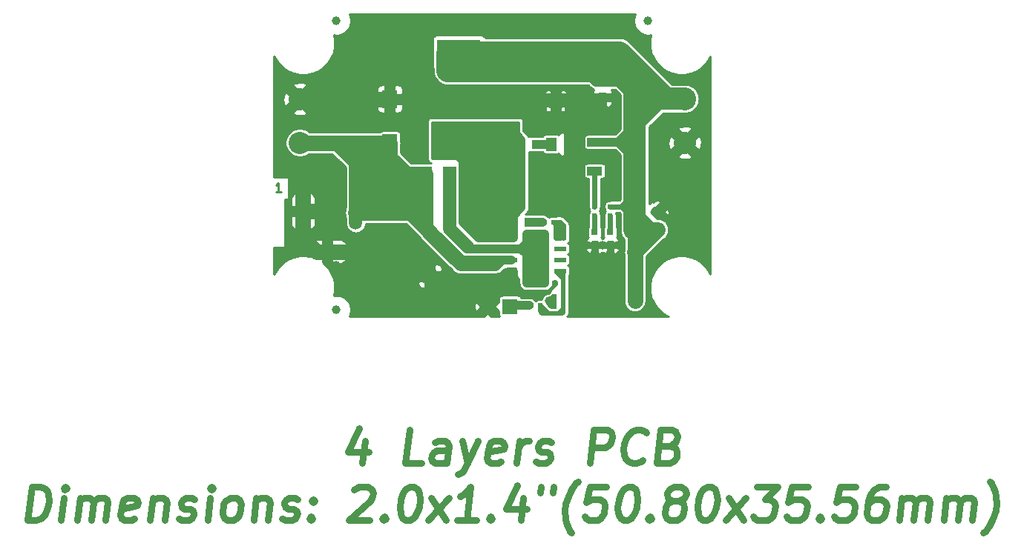
<source format=gbr>
G04 #@! TF.GenerationSoftware,KiCad,Pcbnew,5.1.6-c6e7f7d~87~ubuntu18.04.1*
G04 #@! TF.CreationDate,2022-04-04T15:30:34+03:00*
G04 #@! TF.ProjectId,DCDC-50-5-12_Rev_A,44434443-2d35-4302-9d35-2d31325f5265,A*
G04 #@! TF.SameCoordinates,Original*
G04 #@! TF.FileFunction,Copper,L1,Top*
G04 #@! TF.FilePolarity,Positive*
%FSLAX46Y46*%
G04 Gerber Fmt 4.6, Leading zero omitted, Abs format (unit mm)*
G04 Created by KiCad (PCBNEW 5.1.6-c6e7f7d~87~ubuntu18.04.1) date 2022-04-04 15:30:34*
%MOMM*%
%LPD*%
G01*
G04 APERTURE LIST*
G04 #@! TA.AperFunction,NonConductor*
%ADD10C,0.254000*%
G04 #@! TD*
G04 #@! TA.AperFunction,NonConductor*
%ADD11C,0.762000*%
G04 #@! TD*
G04 #@! TA.AperFunction,ComponentPad*
%ADD12O,3.700000X1.500000*%
G04 #@! TD*
G04 #@! TA.AperFunction,ComponentPad*
%ADD13O,1.500000X3.600000*%
G04 #@! TD*
G04 #@! TA.AperFunction,ComponentPad*
%ADD14O,1.500000X3.900000*%
G04 #@! TD*
G04 #@! TA.AperFunction,ComponentPad*
%ADD15C,2.540000*%
G04 #@! TD*
G04 #@! TA.AperFunction,SMDPad,CuDef*
%ADD16R,5.000000X2.999999*%
G04 #@! TD*
G04 #@! TA.AperFunction,SMDPad,CuDef*
%ADD17R,1.016000X1.016000*%
G04 #@! TD*
G04 #@! TA.AperFunction,SMDPad,CuDef*
%ADD18R,0.550000X0.500000*%
G04 #@! TD*
G04 #@! TA.AperFunction,SMDPad,CuDef*
%ADD19R,0.500000X0.550000*%
G04 #@! TD*
G04 #@! TA.AperFunction,SMDPad,CuDef*
%ADD20R,1.270000X1.524000*%
G04 #@! TD*
G04 #@! TA.AperFunction,SMDPad,CuDef*
%ADD21R,1.700000X2.000000*%
G04 #@! TD*
G04 #@! TA.AperFunction,ConnectorPad*
%ADD22C,1.000000*%
G04 #@! TD*
G04 #@! TA.AperFunction,ComponentPad*
%ADD23R,1.800000X1.800000*%
G04 #@! TD*
G04 #@! TA.AperFunction,ComponentPad*
%ADD24C,1.800000*%
G04 #@! TD*
G04 #@! TA.AperFunction,ComponentPad*
%ADD25C,1.400000*%
G04 #@! TD*
G04 #@! TA.AperFunction,ComponentPad*
%ADD26R,1.400000X1.400000*%
G04 #@! TD*
G04 #@! TA.AperFunction,ComponentPad*
%ADD27C,1.524000*%
G04 #@! TD*
G04 #@! TA.AperFunction,ComponentPad*
%ADD28R,1.524000X1.524000*%
G04 #@! TD*
G04 #@! TA.AperFunction,SMDPad,CuDef*
%ADD29R,2.200000X3.400000*%
G04 #@! TD*
G04 #@! TA.AperFunction,SMDPad,CuDef*
%ADD30R,1.700000X1.000000*%
G04 #@! TD*
G04 #@! TA.AperFunction,SMDPad,CuDef*
%ADD31R,0.800000X0.800000*%
G04 #@! TD*
G04 #@! TA.AperFunction,SMDPad,CuDef*
%ADD32R,1.524000X1.778000*%
G04 #@! TD*
G04 #@! TA.AperFunction,SMDPad,CuDef*
%ADD33R,2.600000X3.500000*%
G04 #@! TD*
G04 #@! TA.AperFunction,SMDPad,CuDef*
%ADD34R,1.400000X0.600000*%
G04 #@! TD*
G04 #@! TA.AperFunction,ViaPad*
%ADD35C,1.000000*%
G04 #@! TD*
G04 #@! TA.AperFunction,Conductor*
%ADD36C,1.778000*%
G04 #@! TD*
G04 #@! TA.AperFunction,Conductor*
%ADD37C,0.762000*%
G04 #@! TD*
G04 #@! TA.AperFunction,Conductor*
%ADD38C,1.016000*%
G04 #@! TD*
G04 #@! TA.AperFunction,Conductor*
%ADD39C,2.032000*%
G04 #@! TD*
G04 #@! TA.AperFunction,Conductor*
%ADD40C,0.406400*%
G04 #@! TD*
G04 #@! TA.AperFunction,Conductor*
%ADD41C,0.508000*%
G04 #@! TD*
G04 #@! TA.AperFunction,Conductor*
%ADD42C,2.540000*%
G04 #@! TD*
G04 #@! TA.AperFunction,Conductor*
%ADD43C,0.609600*%
G04 #@! TD*
G04 #@! TA.AperFunction,Conductor*
%ADD44C,1.524000*%
G04 #@! TD*
G04 #@! TA.AperFunction,Conductor*
%ADD45C,0.254000*%
G04 #@! TD*
G04 APERTURE END LIST*
D10*
X118146285Y-84279620D02*
X117565714Y-84279620D01*
X117856000Y-84279620D02*
X117856000Y-83263620D01*
X117759238Y-83408762D01*
X117662476Y-83505524D01*
X117565714Y-83553905D01*
D11*
X127737507Y-112785071D02*
X127420007Y-115325071D01*
X127011792Y-111333642D02*
X125764471Y-114055071D01*
X128123042Y-114055071D01*
X134132864Y-115325071D02*
X132318578Y-115325071D01*
X132794828Y-111515071D01*
X137035721Y-115325071D02*
X137285185Y-113329357D01*
X137149114Y-112966500D01*
X136808935Y-112785071D01*
X136083221Y-112785071D01*
X135697685Y-112966500D01*
X137058400Y-115143642D02*
X136672864Y-115325071D01*
X135765721Y-115325071D01*
X135425542Y-115143642D01*
X135289471Y-114780785D01*
X135334828Y-114417928D01*
X135561614Y-114055071D01*
X135947150Y-113873642D01*
X136854292Y-113873642D01*
X137239828Y-113692214D01*
X138804650Y-112785071D02*
X139394292Y-115325071D01*
X140618935Y-112785071D02*
X139394292Y-115325071D01*
X138918042Y-116232214D01*
X138713935Y-116413642D01*
X138328400Y-116595071D01*
X143226971Y-115143642D02*
X142841435Y-115325071D01*
X142115721Y-115325071D01*
X141775542Y-115143642D01*
X141639471Y-114780785D01*
X141820900Y-113329357D01*
X142047685Y-112966500D01*
X142433221Y-112785071D01*
X143158935Y-112785071D01*
X143499114Y-112966500D01*
X143635185Y-113329357D01*
X143589828Y-113692214D01*
X141730185Y-114055071D01*
X145018578Y-115325071D02*
X145336078Y-112785071D01*
X145245364Y-113510785D02*
X145472150Y-113147928D01*
X145676257Y-112966500D01*
X146061792Y-112785071D01*
X146424650Y-112785071D01*
X147218400Y-115143642D02*
X147558578Y-115325071D01*
X148284292Y-115325071D01*
X148669828Y-115143642D01*
X148896614Y-114780785D01*
X148919292Y-114599357D01*
X148783221Y-114236500D01*
X148443042Y-114055071D01*
X147898757Y-114055071D01*
X147558578Y-113873642D01*
X147422507Y-113510785D01*
X147445185Y-113329357D01*
X147671971Y-112966500D01*
X148057507Y-112785071D01*
X148601792Y-112785071D01*
X148941971Y-112966500D01*
X153364292Y-115325071D02*
X153840542Y-111515071D01*
X155291971Y-111515071D01*
X155632150Y-111696500D01*
X155790900Y-111877928D01*
X155926971Y-112240785D01*
X155858935Y-112785071D01*
X155632150Y-113147928D01*
X155428042Y-113329357D01*
X155042507Y-113510785D01*
X153591078Y-113510785D01*
X159396792Y-114962214D02*
X159192685Y-115143642D01*
X158625721Y-115325071D01*
X158262864Y-115325071D01*
X157741257Y-115143642D01*
X157423757Y-114780785D01*
X157287685Y-114417928D01*
X157196971Y-113692214D01*
X157265007Y-113147928D01*
X157537150Y-112422214D01*
X157763935Y-112059357D01*
X158172150Y-111696500D01*
X158739114Y-111515071D01*
X159101971Y-111515071D01*
X159623578Y-111696500D01*
X159782328Y-111877928D01*
X162503757Y-113329357D02*
X163025364Y-113510785D01*
X163184114Y-113692214D01*
X163320185Y-114055071D01*
X163252150Y-114599357D01*
X163025364Y-114962214D01*
X162821257Y-115143642D01*
X162435721Y-115325071D01*
X160984292Y-115325071D01*
X161460542Y-111515071D01*
X162730542Y-111515071D01*
X163070721Y-111696500D01*
X163229471Y-111877928D01*
X163365542Y-112240785D01*
X163320185Y-112603642D01*
X163093400Y-112966500D01*
X162889292Y-113147928D01*
X162503757Y-113329357D01*
X161233757Y-113329357D01*
X89229292Y-121802071D02*
X89705542Y-117992071D01*
X90612685Y-117992071D01*
X91134292Y-118173500D01*
X91451792Y-118536357D01*
X91587864Y-118899214D01*
X91678578Y-119624928D01*
X91610542Y-120169214D01*
X91338400Y-120894928D01*
X91111614Y-121257785D01*
X90703400Y-121620642D01*
X90136435Y-121802071D01*
X89229292Y-121802071D01*
X93039292Y-121802071D02*
X93356792Y-119262071D01*
X93515542Y-117992071D02*
X93311435Y-118173500D01*
X93470185Y-118354928D01*
X93674292Y-118173500D01*
X93515542Y-117992071D01*
X93470185Y-118354928D01*
X94853578Y-121802071D02*
X95171078Y-119262071D01*
X95125721Y-119624928D02*
X95329828Y-119443500D01*
X95715364Y-119262071D01*
X96259650Y-119262071D01*
X96599828Y-119443500D01*
X96735900Y-119806357D01*
X96486435Y-121802071D01*
X96735900Y-119806357D02*
X96962685Y-119443500D01*
X97348221Y-119262071D01*
X97892507Y-119262071D01*
X98232685Y-119443500D01*
X98368757Y-119806357D01*
X98119292Y-121802071D01*
X101407685Y-121620642D02*
X101022150Y-121802071D01*
X100296435Y-121802071D01*
X99956257Y-121620642D01*
X99820185Y-121257785D01*
X100001614Y-119806357D01*
X100228400Y-119443500D01*
X100613935Y-119262071D01*
X101339650Y-119262071D01*
X101679828Y-119443500D01*
X101815900Y-119806357D01*
X101770542Y-120169214D01*
X99910900Y-120532071D01*
X103516792Y-119262071D02*
X103199292Y-121802071D01*
X103471435Y-119624928D02*
X103675542Y-119443500D01*
X104061078Y-119262071D01*
X104605364Y-119262071D01*
X104945542Y-119443500D01*
X105081614Y-119806357D01*
X104832150Y-121802071D01*
X106487685Y-121620642D02*
X106827864Y-121802071D01*
X107553578Y-121802071D01*
X107939114Y-121620642D01*
X108165900Y-121257785D01*
X108188578Y-121076357D01*
X108052507Y-120713500D01*
X107712328Y-120532071D01*
X107168042Y-120532071D01*
X106827864Y-120350642D01*
X106691792Y-119987785D01*
X106714471Y-119806357D01*
X106941257Y-119443500D01*
X107326792Y-119262071D01*
X107871078Y-119262071D01*
X108211257Y-119443500D01*
X109730721Y-121802071D02*
X110048221Y-119262071D01*
X110206971Y-117992071D02*
X110002864Y-118173500D01*
X110161614Y-118354928D01*
X110365721Y-118173500D01*
X110206971Y-117992071D01*
X110161614Y-118354928D01*
X112089292Y-121802071D02*
X111749114Y-121620642D01*
X111590364Y-121439214D01*
X111454292Y-121076357D01*
X111590364Y-119987785D01*
X111817150Y-119624928D01*
X112021257Y-119443500D01*
X112406792Y-119262071D01*
X112951078Y-119262071D01*
X113291257Y-119443500D01*
X113450007Y-119624928D01*
X113586078Y-119987785D01*
X113450007Y-121076357D01*
X113223221Y-121439214D01*
X113019114Y-121620642D01*
X112633578Y-121802071D01*
X112089292Y-121802071D01*
X115309650Y-119262071D02*
X114992150Y-121802071D01*
X115264292Y-119624928D02*
X115468400Y-119443500D01*
X115853935Y-119262071D01*
X116398221Y-119262071D01*
X116738400Y-119443500D01*
X116874471Y-119806357D01*
X116625007Y-121802071D01*
X118280542Y-121620642D02*
X118620721Y-121802071D01*
X119346435Y-121802071D01*
X119731971Y-121620642D01*
X119958757Y-121257785D01*
X119981435Y-121076357D01*
X119845364Y-120713500D01*
X119505185Y-120532071D01*
X118960900Y-120532071D01*
X118620721Y-120350642D01*
X118484650Y-119987785D01*
X118507328Y-119806357D01*
X118734114Y-119443500D01*
X119119650Y-119262071D01*
X119663935Y-119262071D01*
X120004114Y-119443500D01*
X121568935Y-121439214D02*
X121727685Y-121620642D01*
X121523578Y-121802071D01*
X121364828Y-121620642D01*
X121568935Y-121439214D01*
X121523578Y-121802071D01*
X121818400Y-119443500D02*
X121977150Y-119624928D01*
X121773042Y-119806357D01*
X121614292Y-119624928D01*
X121818400Y-119443500D01*
X121773042Y-119806357D01*
X126490185Y-118354928D02*
X126694292Y-118173500D01*
X127079828Y-117992071D01*
X127986971Y-117992071D01*
X128327150Y-118173500D01*
X128485900Y-118354928D01*
X128621971Y-118717785D01*
X128576614Y-119080642D01*
X128327150Y-119624928D01*
X125877864Y-121802071D01*
X128236435Y-121802071D01*
X129914650Y-121439214D02*
X130073400Y-121620642D01*
X129869292Y-121802071D01*
X129710542Y-121620642D01*
X129914650Y-121439214D01*
X129869292Y-121802071D01*
X132885542Y-117992071D02*
X133248400Y-117992071D01*
X133588578Y-118173500D01*
X133747328Y-118354928D01*
X133883400Y-118717785D01*
X133974114Y-119443500D01*
X133860721Y-120350642D01*
X133588578Y-121076357D01*
X133361792Y-121439214D01*
X133157685Y-121620642D01*
X132772150Y-121802071D01*
X132409292Y-121802071D01*
X132069114Y-121620642D01*
X131910364Y-121439214D01*
X131774292Y-121076357D01*
X131683578Y-120350642D01*
X131796971Y-119443500D01*
X132069114Y-118717785D01*
X132295900Y-118354928D01*
X132500007Y-118173500D01*
X132885542Y-117992071D01*
X134949292Y-121802071D02*
X137262507Y-119262071D01*
X135266792Y-119262071D02*
X136945007Y-121802071D01*
X140392150Y-121802071D02*
X138215007Y-121802071D01*
X139303578Y-121802071D02*
X139779828Y-117992071D01*
X139348935Y-118536357D01*
X138940721Y-118899214D01*
X138555185Y-119080642D01*
X142070364Y-121439214D02*
X142229114Y-121620642D01*
X142025007Y-121802071D01*
X141866257Y-121620642D01*
X142070364Y-121439214D01*
X142025007Y-121802071D01*
X145789650Y-119262071D02*
X145472150Y-121802071D01*
X145063935Y-117810642D02*
X143816614Y-120532071D01*
X146175185Y-120532071D01*
X147762685Y-117992071D02*
X147671971Y-118717785D01*
X149214114Y-117992071D02*
X149123400Y-118717785D01*
X151277864Y-123253500D02*
X151119114Y-123072071D01*
X150824292Y-122527785D01*
X150688221Y-122164928D01*
X150574828Y-121620642D01*
X150506792Y-120713500D01*
X150597507Y-119987785D01*
X150892328Y-119080642D01*
X151141792Y-118536357D01*
X151368578Y-118173500D01*
X151799471Y-117629214D01*
X152003578Y-117447785D01*
X155201257Y-117992071D02*
X153386971Y-117992071D01*
X152978757Y-119806357D01*
X153182864Y-119624928D01*
X153568400Y-119443500D01*
X154475542Y-119443500D01*
X154815721Y-119624928D01*
X154974471Y-119806357D01*
X155110542Y-120169214D01*
X154997150Y-121076357D01*
X154770364Y-121439214D01*
X154566257Y-121620642D01*
X154180721Y-121802071D01*
X153273578Y-121802071D01*
X152933400Y-121620642D01*
X152774650Y-121439214D01*
X157741257Y-117992071D02*
X158104114Y-117992071D01*
X158444292Y-118173500D01*
X158603042Y-118354928D01*
X158739114Y-118717785D01*
X158829828Y-119443500D01*
X158716435Y-120350642D01*
X158444292Y-121076357D01*
X158217507Y-121439214D01*
X158013400Y-121620642D01*
X157627864Y-121802071D01*
X157265007Y-121802071D01*
X156924828Y-121620642D01*
X156766078Y-121439214D01*
X156630007Y-121076357D01*
X156539292Y-120350642D01*
X156652685Y-119443500D01*
X156924828Y-118717785D01*
X157151614Y-118354928D01*
X157355721Y-118173500D01*
X157741257Y-117992071D01*
X160213221Y-121439214D02*
X160371971Y-121620642D01*
X160167864Y-121802071D01*
X160009114Y-121620642D01*
X160213221Y-121439214D01*
X160167864Y-121802071D01*
X162798578Y-119624928D02*
X162458400Y-119443500D01*
X162299650Y-119262071D01*
X162163578Y-118899214D01*
X162186257Y-118717785D01*
X162413042Y-118354928D01*
X162617150Y-118173500D01*
X163002685Y-117992071D01*
X163728400Y-117992071D01*
X164068578Y-118173500D01*
X164227328Y-118354928D01*
X164363400Y-118717785D01*
X164340721Y-118899214D01*
X164113935Y-119262071D01*
X163909828Y-119443500D01*
X163524292Y-119624928D01*
X162798578Y-119624928D01*
X162413042Y-119806357D01*
X162208935Y-119987785D01*
X161982150Y-120350642D01*
X161891435Y-121076357D01*
X162027507Y-121439214D01*
X162186257Y-121620642D01*
X162526435Y-121802071D01*
X163252150Y-121802071D01*
X163637685Y-121620642D01*
X163841792Y-121439214D01*
X164068578Y-121076357D01*
X164159292Y-120350642D01*
X164023221Y-119987785D01*
X163864471Y-119806357D01*
X163524292Y-119624928D01*
X166812685Y-117992071D02*
X167175542Y-117992071D01*
X167515721Y-118173500D01*
X167674471Y-118354928D01*
X167810542Y-118717785D01*
X167901257Y-119443500D01*
X167787864Y-120350642D01*
X167515721Y-121076357D01*
X167288935Y-121439214D01*
X167084828Y-121620642D01*
X166699292Y-121802071D01*
X166336435Y-121802071D01*
X165996257Y-121620642D01*
X165837507Y-121439214D01*
X165701435Y-121076357D01*
X165610721Y-120350642D01*
X165724114Y-119443500D01*
X165996257Y-118717785D01*
X166223042Y-118354928D01*
X166427150Y-118173500D01*
X166812685Y-117992071D01*
X168876435Y-121802071D02*
X171189650Y-119262071D01*
X169193935Y-119262071D02*
X170872150Y-121802071D01*
X172436971Y-117992071D02*
X174795542Y-117992071D01*
X173344114Y-119443500D01*
X173888400Y-119443500D01*
X174228578Y-119624928D01*
X174387328Y-119806357D01*
X174523400Y-120169214D01*
X174410007Y-121076357D01*
X174183221Y-121439214D01*
X173979114Y-121620642D01*
X173593578Y-121802071D01*
X172505007Y-121802071D01*
X172164828Y-121620642D01*
X172006078Y-121439214D01*
X178242685Y-117992071D02*
X176428400Y-117992071D01*
X176020185Y-119806357D01*
X176224292Y-119624928D01*
X176609828Y-119443500D01*
X177516971Y-119443500D01*
X177857150Y-119624928D01*
X178015900Y-119806357D01*
X178151971Y-120169214D01*
X178038578Y-121076357D01*
X177811792Y-121439214D01*
X177607685Y-121620642D01*
X177222150Y-121802071D01*
X176315007Y-121802071D01*
X175974828Y-121620642D01*
X175816078Y-121439214D01*
X179626078Y-121439214D02*
X179784828Y-121620642D01*
X179580721Y-121802071D01*
X179421971Y-121620642D01*
X179626078Y-121439214D01*
X179580721Y-121802071D01*
X183685542Y-117992071D02*
X181871257Y-117992071D01*
X181463042Y-119806357D01*
X181667150Y-119624928D01*
X182052685Y-119443500D01*
X182959828Y-119443500D01*
X183300007Y-119624928D01*
X183458757Y-119806357D01*
X183594828Y-120169214D01*
X183481435Y-121076357D01*
X183254650Y-121439214D01*
X183050542Y-121620642D01*
X182665007Y-121802071D01*
X181757864Y-121802071D01*
X181417685Y-121620642D01*
X181258935Y-121439214D01*
X187132685Y-117992071D02*
X186406971Y-117992071D01*
X186021435Y-118173500D01*
X185817328Y-118354928D01*
X185386435Y-118899214D01*
X185114292Y-119624928D01*
X184932864Y-121076357D01*
X185068935Y-121439214D01*
X185227685Y-121620642D01*
X185567864Y-121802071D01*
X186293578Y-121802071D01*
X186679114Y-121620642D01*
X186883221Y-121439214D01*
X187110007Y-121076357D01*
X187223400Y-120169214D01*
X187087328Y-119806357D01*
X186928578Y-119624928D01*
X186588400Y-119443500D01*
X185862685Y-119443500D01*
X185477150Y-119624928D01*
X185273042Y-119806357D01*
X185046257Y-120169214D01*
X188652150Y-121802071D02*
X188969650Y-119262071D01*
X188924292Y-119624928D02*
X189128400Y-119443500D01*
X189513935Y-119262071D01*
X190058221Y-119262071D01*
X190398400Y-119443500D01*
X190534471Y-119806357D01*
X190285007Y-121802071D01*
X190534471Y-119806357D02*
X190761257Y-119443500D01*
X191146792Y-119262071D01*
X191691078Y-119262071D01*
X192031257Y-119443500D01*
X192167328Y-119806357D01*
X191917864Y-121802071D01*
X193732150Y-121802071D02*
X194049650Y-119262071D01*
X194004292Y-119624928D02*
X194208400Y-119443500D01*
X194593935Y-119262071D01*
X195138221Y-119262071D01*
X195478400Y-119443500D01*
X195614471Y-119806357D01*
X195365007Y-121802071D01*
X195614471Y-119806357D02*
X195841257Y-119443500D01*
X196226792Y-119262071D01*
X196771078Y-119262071D01*
X197111257Y-119443500D01*
X197247328Y-119806357D01*
X196997864Y-121802071D01*
X198267864Y-123253500D02*
X198471971Y-123072071D01*
X198902864Y-122527785D01*
X199129650Y-122164928D01*
X199379114Y-121620642D01*
X199673935Y-120713500D01*
X199764650Y-119987785D01*
X199696614Y-119080642D01*
X199583221Y-118536357D01*
X199447150Y-118173500D01*
X199152328Y-117629214D01*
X198993578Y-117447785D01*
D12*
X123396000Y-91140000D03*
D13*
X120650000Y-86540000D03*
D14*
X126650000Y-86690000D03*
D15*
X164211000Y-73700000D03*
X164211000Y-78700000D03*
X120269000Y-78700000D03*
X120269000Y-73700000D03*
D16*
X138430000Y-68360000D03*
X138430000Y-78960000D03*
D17*
X154813000Y-71755000D03*
X154813000Y-73533000D03*
D18*
X153924000Y-86995000D03*
X153924000Y-85979000D03*
D19*
X146685000Y-97282000D03*
X147701000Y-97282000D03*
X148209000Y-87757000D03*
X149225000Y-87757000D03*
D20*
X151003000Y-78867000D03*
X148971000Y-78867000D03*
D19*
X149352000Y-94742000D03*
X150368000Y-94742000D03*
D18*
X155702000Y-86995000D03*
X155702000Y-85979000D03*
D21*
X130556000Y-78700000D03*
X130556000Y-73700000D03*
D22*
X160020000Y-64770000D03*
X124460000Y-64770000D03*
X124460000Y-97790000D03*
D19*
X150368000Y-97409000D03*
X149352000Y-97409000D03*
X150368000Y-96266000D03*
X149352000Y-96266000D03*
D23*
X144272000Y-97409000D03*
D24*
X141732000Y-97409000D03*
D25*
X161056320Y-86626700D03*
D26*
X161058860Y-88638380D03*
D27*
X135128000Y-88940000D03*
D28*
X135128000Y-93940000D03*
D17*
X141732000Y-94107000D03*
X141732000Y-92329000D03*
X144653000Y-87757000D03*
X146431000Y-87757000D03*
D27*
X149479000Y-70513000D03*
D28*
X149479000Y-74013000D03*
D29*
X150593000Y-83439000D03*
X143793000Y-83439000D03*
D30*
X153924000Y-81914000D03*
X153924000Y-78614000D03*
D31*
X153924000Y-90424000D03*
X153924000Y-88900000D03*
X155702000Y-88900000D03*
X155702000Y-90424000D03*
D32*
X134620000Y-82296000D03*
X137414000Y-82296000D03*
X137414000Y-84963000D03*
X134620000Y-84963000D03*
D17*
X147320000Y-78867000D03*
X145542000Y-78867000D03*
D33*
X147193000Y-91440000D03*
D34*
X149993000Y-89535000D03*
X149993000Y-90805000D03*
X149993000Y-92075000D03*
X149993000Y-93345000D03*
X144393000Y-93345000D03*
X144393000Y-92075000D03*
X144393000Y-90805000D03*
X144393000Y-89535000D03*
D24*
X147193000Y-91440000D03*
D35*
X142748000Y-94107000D03*
X143764000Y-94107000D03*
X144780000Y-94107000D03*
X141732000Y-95123000D03*
X142748000Y-95123000D03*
X143764000Y-95123000D03*
X144780000Y-95123000D03*
X140716000Y-94107000D03*
X140716000Y-95123000D03*
X139700000Y-94107000D03*
X139700000Y-95123000D03*
X138684000Y-94107000D03*
X138684000Y-95123000D03*
X137668000Y-94107000D03*
X137668000Y-95123000D03*
X151003000Y-80137000D03*
X151003000Y-81280000D03*
X149987000Y-81280000D03*
X152146000Y-81280000D03*
X152146000Y-82423000D03*
X152146000Y-83439000D03*
X152146000Y-84455000D03*
X152146000Y-85598000D03*
X151003000Y-85598000D03*
X149987000Y-85598000D03*
X152146000Y-80137000D03*
X152146000Y-78867000D03*
X152146000Y-77597000D03*
X151003000Y-77597000D03*
X148971000Y-81280000D03*
X148971000Y-82423000D03*
X148971000Y-83439000D03*
X148971000Y-84455000D03*
X148971000Y-85598000D03*
X147955000Y-83439000D03*
X147955000Y-81280000D03*
X147955000Y-82423000D03*
X147955000Y-84455000D03*
X147955000Y-85598000D03*
X152146000Y-86614000D03*
X151003000Y-86614000D03*
X149987000Y-86614000D03*
X148971000Y-86614000D03*
X151003000Y-76581000D03*
X152146000Y-76581000D03*
X151003000Y-75565000D03*
X152146000Y-75565000D03*
X152146000Y-74549000D03*
X151003000Y-74549000D03*
X152146000Y-73533000D03*
X151003000Y-73533000D03*
X149987000Y-75565000D03*
X148971000Y-75565000D03*
X147955000Y-75565000D03*
X147955000Y-74549000D03*
X147955000Y-73533000D03*
X146939000Y-74549000D03*
X146939000Y-73533000D03*
X146939000Y-75565000D03*
X149987000Y-76581000D03*
X148971000Y-76581000D03*
X147955000Y-76581000D03*
X146939000Y-76581000D03*
X136652000Y-95123000D03*
X136652000Y-94107000D03*
X153797000Y-73533000D03*
X154813000Y-74549000D03*
X153797000Y-74549000D03*
X153035000Y-90424000D03*
X154813000Y-90424000D03*
X156591000Y-90424000D03*
X153924000Y-91313000D03*
X155702000Y-91313000D03*
X166370000Y-71120000D03*
X166370000Y-76200000D03*
X166370000Y-81280000D03*
X166370000Y-83820000D03*
X166370000Y-91440000D03*
X163830000Y-76200000D03*
X163830000Y-81280000D03*
X163830000Y-83820000D03*
X163830000Y-86360000D03*
X163830000Y-88900000D03*
X135255000Y-64770000D03*
X141605000Y-64770000D03*
X146050000Y-64770000D03*
X151765000Y-64770000D03*
X129032000Y-64770000D03*
X118110000Y-71755000D03*
X118110000Y-75565000D03*
X118110000Y-77470000D03*
X118110000Y-80010000D03*
X118110000Y-81915000D03*
X123825000Y-83185000D03*
X123825000Y-85725000D03*
X123825000Y-88900000D03*
X130810000Y-89535000D03*
X132715000Y-92710000D03*
X132715000Y-95250000D03*
X118110000Y-91440000D03*
X133350000Y-67310000D03*
X134620000Y-68580000D03*
X132080000Y-68580000D03*
X125730000Y-66675000D03*
X159385000Y-67310000D03*
X165100000Y-82550000D03*
X162560000Y-82550000D03*
X161290000Y-81280000D03*
X161290000Y-83820000D03*
X161925000Y-91440000D03*
X160020000Y-97790000D03*
X151765000Y-92075000D03*
X151765000Y-88900000D03*
X127000000Y-92710000D03*
X124460000Y-92710000D03*
X127000000Y-96520000D03*
X127000000Y-97790000D03*
X130810000Y-97790000D03*
X136525000Y-97790000D03*
X121920000Y-83185000D03*
X121920000Y-88900000D03*
X121920000Y-71755000D03*
X125730000Y-71755000D03*
X125730000Y-74930000D03*
X125730000Y-76835000D03*
X132715000Y-89535000D03*
X134620000Y-91440000D03*
X148717000Y-96774000D03*
X158511240Y-96774000D03*
X147193000Y-89154000D03*
X148209000Y-89154000D03*
X146177000Y-89154000D03*
X146177000Y-93726000D03*
X147193000Y-93726000D03*
X148209000Y-93726000D03*
X143129000Y-90805000D03*
X142113000Y-90805000D03*
X141097000Y-90805000D03*
X148209000Y-94742000D03*
X147193000Y-94742000D03*
X146177000Y-94742000D03*
X140081000Y-90805000D03*
D36*
X123396000Y-91140000D02*
X132288000Y-91140000D01*
X132288000Y-91140000D02*
X135128000Y-93980000D01*
X122255000Y-91140000D02*
X123396000Y-91140000D01*
X120650000Y-86540000D02*
X120650000Y-89535000D01*
X120650000Y-89535000D02*
X122255000Y-91140000D01*
X120269000Y-73700000D02*
X130516000Y-73700000D01*
X130516000Y-73700000D02*
X130556000Y-73660000D01*
D37*
X144393000Y-93345000D02*
X143764000Y-93345000D01*
X143764000Y-93345000D02*
X143002000Y-94107000D01*
X143002000Y-94107000D02*
X142748000Y-94107000D01*
D38*
X141732000Y-94107000D02*
X142748000Y-94107000D01*
D37*
X144393000Y-93345000D02*
X144780000Y-93345000D01*
X144780000Y-93345000D02*
X144780000Y-94107000D01*
X144780000Y-94107000D02*
X143764000Y-94107000D01*
X143764000Y-94107000D02*
X142748000Y-94107000D01*
D38*
X141732000Y-94107000D02*
X141732000Y-95123000D01*
X141732000Y-95123000D02*
X144780000Y-95123000D01*
X144653000Y-94107000D02*
X144780000Y-94234000D01*
X141732000Y-94107000D02*
X144653000Y-94107000D01*
X144780000Y-95123000D02*
X144780000Y-94234000D01*
X144780000Y-94234000D02*
X144780000Y-94107000D01*
X141732000Y-94107000D02*
X140716000Y-94107000D01*
X140716000Y-94107000D02*
X140716000Y-95123000D01*
X140716000Y-95123000D02*
X141732000Y-95123000D01*
X140716000Y-94107000D02*
X139700000Y-94107000D01*
X139700000Y-94107000D02*
X139700000Y-95123000D01*
X139700000Y-95123000D02*
X140716000Y-95123000D01*
X140208000Y-94615000D02*
X140716000Y-95123000D01*
D39*
X135128000Y-93940000D02*
X135803000Y-94615000D01*
X135803000Y-94615000D02*
X140208000Y-94615000D01*
D40*
X145364210Y-95707210D02*
X148640790Y-95707210D01*
X144780000Y-95123000D02*
X145364210Y-95707210D01*
X148640790Y-95707210D02*
X149352000Y-94996000D01*
X149352000Y-94996000D02*
X149352000Y-94742000D01*
D38*
X141732000Y-97409000D02*
X141732000Y-95123000D01*
X151003000Y-78867000D02*
X151003000Y-80137000D01*
X151003000Y-78867000D02*
X152146000Y-78867000D01*
X151003000Y-78867000D02*
X151003000Y-77597000D01*
X151003000Y-80137000D02*
X151003000Y-81280000D01*
X150593000Y-83439000D02*
X151003000Y-83029000D01*
X151003000Y-83029000D02*
X151003000Y-81280000D01*
X152146000Y-83439000D02*
X148971000Y-83439000D01*
X151003000Y-81280000D02*
X151003000Y-86614000D01*
X148971000Y-83439000D02*
X147955000Y-83439000D01*
X147955000Y-81280000D02*
X147955000Y-85598000D01*
X147955000Y-85598000D02*
X152146000Y-85598000D01*
X152146000Y-85598000D02*
X152146000Y-81280000D01*
X148971000Y-81280000D02*
X148971000Y-85598000D01*
X148971000Y-86614000D02*
X152146000Y-86614000D01*
X152146000Y-86614000D02*
X152146000Y-85598000D01*
X148971000Y-86614000D02*
X147955000Y-85598000D01*
X149606000Y-85979000D02*
X149606000Y-81280000D01*
X148971000Y-86614000D02*
X149606000Y-85979000D01*
X152146000Y-81280000D02*
X149606000Y-81280000D01*
X149606000Y-81280000D02*
X147955000Y-81280000D01*
X152146000Y-81280000D02*
X152146000Y-77597000D01*
X152146000Y-80137000D02*
X151003000Y-80137000D01*
X152146000Y-77597000D02*
X151003000Y-77597000D01*
X151610000Y-74013000D02*
X152146000Y-74549000D01*
X149479000Y-74013000D02*
X151610000Y-74013000D01*
X152146000Y-73533000D02*
X152146000Y-77597000D01*
X151003000Y-73533000D02*
X151003000Y-77597000D01*
X151003000Y-73533000D02*
X152146000Y-73533000D01*
X149479000Y-76073000D02*
X149987000Y-76581000D01*
X149479000Y-74013000D02*
X149479000Y-76073000D01*
X149987000Y-76581000D02*
X152146000Y-76581000D01*
X149987000Y-75565000D02*
X152146000Y-75565000D01*
X149987000Y-75565000D02*
X146939000Y-75565000D01*
X149987000Y-76581000D02*
X146939000Y-76581000D01*
X146939000Y-76581000D02*
X146939000Y-73533000D01*
X147955000Y-76581000D02*
X147955000Y-73533000D01*
X147955000Y-73533000D02*
X146939000Y-73533000D01*
X147475000Y-74013000D02*
X146939000Y-74549000D01*
X149479000Y-74013000D02*
X147475000Y-74013000D01*
X151003000Y-73533000D02*
X147955000Y-73533000D01*
X154813000Y-73533000D02*
X153797000Y-73533000D01*
X154813000Y-73533000D02*
X154813000Y-74549000D01*
X153797000Y-73533000D02*
X152146000Y-73533000D01*
X154813000Y-74549000D02*
X153797000Y-74549000D01*
X153797000Y-74549000D02*
X152146000Y-74549000D01*
D37*
X153924000Y-90424000D02*
X153035000Y-90424000D01*
X153924000Y-90424000D02*
X154813000Y-90424000D01*
X155702000Y-90424000D02*
X154813000Y-90424000D01*
X155702000Y-90424000D02*
X156591000Y-90424000D01*
X153924000Y-90424000D02*
X153924000Y-91313000D01*
X155702000Y-90424000D02*
X155702000Y-91313000D01*
D36*
X120650000Y-86540000D02*
X120650000Y-83185000D01*
X120650000Y-86540000D02*
X123010000Y-86540000D01*
D38*
X147320000Y-78867000D02*
X148971000Y-78867000D01*
D41*
X150368000Y-94742000D02*
X150368000Y-96266000D01*
X150368000Y-94361000D02*
X150368000Y-94234000D01*
X150368000Y-94361000D02*
X150368000Y-94742000D01*
X150368000Y-94234000D02*
X149606000Y-93472000D01*
X149606000Y-93472000D02*
X149606000Y-93345000D01*
X150368000Y-93345000D02*
X150368000Y-94361000D01*
X149993000Y-93345000D02*
X150368000Y-93345000D01*
X147701000Y-97282000D02*
X147955000Y-97536000D01*
X147955000Y-97536000D02*
X148611001Y-98192001D01*
X148611001Y-98192001D02*
X149838999Y-98192001D01*
X149838999Y-98192001D02*
X150219999Y-98192001D01*
X150219999Y-98192001D02*
X150368000Y-98044000D01*
X150368000Y-98044000D02*
X150368000Y-97409000D01*
X150368000Y-97663000D02*
X150368000Y-96266000D01*
X149838999Y-98192001D02*
X150368000Y-97663000D01*
X147912501Y-98192001D02*
X148611001Y-98192001D01*
X147701000Y-97282000D02*
X147701000Y-97980500D01*
X147701000Y-97980500D02*
X147912501Y-98192001D01*
D42*
X138430000Y-68360000D02*
X147354000Y-68360000D01*
X147354000Y-68360000D02*
X149479000Y-70485000D01*
X149479000Y-70513000D02*
X137188000Y-70513000D01*
X137188000Y-70513000D02*
X137160000Y-70485000D01*
X137160000Y-70485000D02*
X137160000Y-68453000D01*
X162052000Y-73660000D02*
X164211000Y-73660000D01*
X156752000Y-68360000D02*
X147354000Y-68360000D01*
X158905000Y-70513000D02*
X156752000Y-68360000D01*
D38*
X154813000Y-70739000D02*
X154587000Y-70513000D01*
X154813000Y-71755000D02*
X154813000Y-70739000D01*
D42*
X149479000Y-70513000D02*
X151920000Y-70513000D01*
X151920000Y-70513000D02*
X154587000Y-70513000D01*
D38*
X152809000Y-70513000D02*
X151920000Y-70513000D01*
X154813000Y-71755000D02*
X154051000Y-71755000D01*
X154051000Y-71755000D02*
X152809000Y-70513000D01*
X159385000Y-71755000D02*
X159766000Y-71374000D01*
X154813000Y-71755000D02*
X159385000Y-71755000D01*
D42*
X158905000Y-70513000D02*
X159766000Y-71374000D01*
X159766000Y-71374000D02*
X162052000Y-73660000D01*
X158496000Y-71374000D02*
X157635000Y-70513000D01*
X157635000Y-70513000D02*
X158905000Y-70513000D01*
X162052000Y-73660000D02*
X161036000Y-73660000D01*
X161036000Y-73660000D02*
X158496000Y-76200000D01*
X158496000Y-73787000D02*
X158496000Y-72573000D01*
X158496000Y-72573000D02*
X156436000Y-70513000D01*
X154587000Y-70513000D02*
X156436000Y-70513000D01*
X156436000Y-70513000D02*
X157635000Y-70513000D01*
X158496000Y-76200000D02*
X158496000Y-73787000D01*
X158496000Y-73787000D02*
X158496000Y-71374000D01*
D36*
X158503620Y-88638380D02*
X158496000Y-88646000D01*
X158511240Y-91186000D02*
X158496000Y-91186000D01*
X161058860Y-88638380D02*
X158511240Y-91186000D01*
D38*
X158496000Y-88646000D02*
X158496000Y-91186000D01*
D36*
X158511240Y-88661240D02*
X158496000Y-88646000D01*
X158511240Y-91186000D02*
X158511240Y-88661240D01*
X158496000Y-86868000D02*
X160266380Y-88638380D01*
X161058860Y-88638380D02*
X160774380Y-88638380D01*
X160266380Y-88638380D02*
X160774380Y-88638380D01*
X160774380Y-88638380D02*
X158503620Y-88638380D01*
D42*
X158496000Y-88646000D02*
X158496000Y-86868000D01*
D43*
X157607000Y-85979000D02*
X158496000Y-86868000D01*
D42*
X158496000Y-78232000D02*
X158496000Y-76200000D01*
D43*
X158115000Y-78613000D02*
X158496000Y-78232000D01*
D38*
X156591000Y-78613000D02*
X158496000Y-76708000D01*
X158496000Y-76708000D02*
X158496000Y-76200000D01*
X153924000Y-78613000D02*
X156591000Y-78613000D01*
X156591000Y-78613000D02*
X158115000Y-78613000D01*
X156591000Y-78613000D02*
X157988000Y-80010000D01*
X157988000Y-80010000D02*
X158496000Y-80010000D01*
D42*
X158496000Y-80010000D02*
X158496000Y-78232000D01*
X158496000Y-84455000D02*
X158496000Y-80010000D01*
X158496000Y-86868000D02*
X158496000Y-84455000D01*
D41*
X156972000Y-85979000D02*
X158496000Y-84455000D01*
D43*
X155702000Y-85979000D02*
X156972000Y-85979000D01*
X156972000Y-85979000D02*
X157607000Y-85979000D01*
D41*
X158496000Y-87503000D02*
X158496000Y-88646000D01*
X156972000Y-85979000D02*
X158496000Y-87503000D01*
X149352000Y-96266000D02*
X149352000Y-97409000D01*
D36*
X158511240Y-91186000D02*
X158511240Y-96774000D01*
D41*
X149225000Y-96266000D02*
X148717000Y-96774000D01*
X149352000Y-96266000D02*
X149225000Y-96266000D01*
X149225000Y-97409000D02*
X149352000Y-97409000D01*
X148717000Y-96774000D02*
X148717000Y-96901000D01*
X148717000Y-96901000D02*
X149225000Y-97409000D01*
X149352000Y-97409000D02*
X148971000Y-97409000D01*
X148717000Y-97155000D02*
X148717000Y-96774000D01*
X148971000Y-97409000D02*
X148717000Y-97155000D01*
D36*
X130516000Y-78700000D02*
X130556000Y-78740000D01*
X134620000Y-84963000D02*
X134620000Y-88392000D01*
X134620000Y-88392000D02*
X135128000Y-88900000D01*
X134620000Y-82296000D02*
X134620000Y-84963000D01*
X132461000Y-82296000D02*
X134620000Y-82296000D01*
X130556000Y-78700000D02*
X130556000Y-80391000D01*
X130556000Y-80391000D02*
X132461000Y-82296000D01*
X132918000Y-86690000D02*
X134620000Y-88392000D01*
X132918000Y-82753000D02*
X132461000Y-82296000D01*
X128865000Y-78700000D02*
X128564000Y-78700000D01*
X130556000Y-80391000D02*
X128865000Y-78700000D01*
X128564000Y-78700000D02*
X130516000Y-78700000D01*
D37*
X144393000Y-92075000D02*
X141986000Y-92075000D01*
X141986000Y-92075000D02*
X141732000Y-92329000D01*
X143129000Y-92456000D02*
X141668500Y-92456000D01*
X141668500Y-92456000D02*
X141605000Y-92456000D01*
X144393000Y-92075000D02*
X143510000Y-92075000D01*
X143510000Y-92075000D02*
X143129000Y-92456000D01*
D36*
X135128000Y-88940000D02*
X138644000Y-92456000D01*
X138644000Y-92456000D02*
X141605000Y-92456000D01*
D38*
X144393000Y-92075000D02*
X141478000Y-92075000D01*
D37*
X143129000Y-92456000D02*
X142621010Y-92963990D01*
X142621010Y-92963990D02*
X141605000Y-92963990D01*
X141605000Y-92963990D02*
X141478000Y-92963990D01*
D44*
X130861000Y-86690000D02*
X132918000Y-84633000D01*
X128448000Y-86690000D02*
X130861000Y-86690000D01*
D36*
X132918000Y-86690000D02*
X132918000Y-84633000D01*
X126650000Y-86690000D02*
X128448000Y-86690000D01*
X128448000Y-86690000D02*
X132918000Y-86690000D01*
X120269000Y-78700000D02*
X124293000Y-78700000D01*
X124293000Y-78700000D02*
X128564000Y-78700000D01*
D44*
X131222000Y-81057000D02*
X132461000Y-82296000D01*
X126650000Y-81057000D02*
X131222000Y-81057000D01*
X130175000Y-80010000D02*
X130556000Y-80391000D01*
X125603000Y-80010000D02*
X130175000Y-80010000D01*
X126650000Y-81057000D02*
X125603000Y-80010000D01*
X125603000Y-80010000D02*
X124293000Y-78700000D01*
X126746000Y-82296000D02*
X126650000Y-82392000D01*
X132461000Y-82296000D02*
X126746000Y-82296000D01*
X126650000Y-82392000D02*
X126650000Y-81057000D01*
X127051000Y-84633000D02*
X126650000Y-84232000D01*
X132918000Y-84633000D02*
X127051000Y-84633000D01*
X126650000Y-86690000D02*
X126650000Y-84232000D01*
X126650000Y-83343000D02*
X132771000Y-83343000D01*
D36*
X132918000Y-83490000D02*
X132918000Y-82753000D01*
X132918000Y-84633000D02*
X132918000Y-83490000D01*
D44*
X126650000Y-84232000D02*
X126650000Y-83343000D01*
X132771000Y-83343000D02*
X132918000Y-83490000D01*
X126650000Y-83343000D02*
X126650000Y-82392000D01*
X132918000Y-86690000D02*
X131826000Y-85598000D01*
X131826000Y-85598000D02*
X126746000Y-85598000D01*
D38*
X144393000Y-89535000D02*
X140716000Y-89535000D01*
X140716000Y-89535000D02*
X138938000Y-87757000D01*
X138938000Y-87757000D02*
X138938000Y-81661000D01*
X138938001Y-80797399D02*
X138176000Y-80035398D01*
X138938000Y-81661000D02*
X138938001Y-80797399D01*
X138176000Y-80035398D02*
X138176000Y-80010000D01*
X138176000Y-79214000D02*
X138176000Y-80035398D01*
X138430000Y-78960000D02*
X138176000Y-79214000D01*
X144653000Y-87757000D02*
X144653000Y-89534990D01*
X144653000Y-89534990D02*
X144399000Y-89534990D01*
X144653000Y-81280000D02*
X145542000Y-80391000D01*
X145542000Y-80391000D02*
X145542000Y-78867000D01*
X145542000Y-78867000D02*
X145542000Y-78359000D01*
X145542000Y-78359000D02*
X145161000Y-77978000D01*
X145161000Y-77978000D02*
X139446000Y-77978000D01*
X139446000Y-77978000D02*
X138176000Y-79248000D01*
X143793000Y-83439000D02*
X144526000Y-83439000D01*
X144526000Y-83439000D02*
X144653000Y-83566000D01*
X144653000Y-83566000D02*
X144653000Y-81280000D01*
X145542000Y-80391000D02*
X145542000Y-86106000D01*
X145542000Y-86106000D02*
X144653000Y-86995000D01*
X144653000Y-87757000D02*
X144653000Y-86995000D01*
X144653000Y-86995000D02*
X144653000Y-83566000D01*
X146431000Y-87757000D02*
X147955000Y-87757000D01*
D41*
X147955000Y-87757000D02*
X148209000Y-87757000D01*
D43*
X153924000Y-81914000D02*
X153924000Y-85979000D01*
X153924000Y-86995000D02*
X153924000Y-88900000D01*
X155702000Y-86995000D02*
X155702000Y-88900000D01*
D44*
X137414000Y-82296000D02*
X137414000Y-84963000D01*
X137414000Y-84963000D02*
X137414000Y-88519000D01*
X137414000Y-88519000D02*
X139446000Y-90551000D01*
D38*
X139700000Y-90805000D02*
X139446000Y-90551000D01*
X144393000Y-90805000D02*
X139700000Y-90805000D01*
X146558000Y-90805000D02*
X147193000Y-91440000D01*
X147193000Y-91440000D02*
X147193000Y-89154000D01*
X146177000Y-89154000D02*
X148209000Y-89154000D01*
X148209000Y-89154000D02*
X148209000Y-93726000D01*
X146177000Y-89154000D02*
X146177000Y-93726000D01*
X146177000Y-93726000D02*
X148209000Y-93726000D01*
X147193000Y-89154000D02*
X147193000Y-93726000D01*
X144393000Y-90805000D02*
X145542000Y-90805000D01*
X145542000Y-90805000D02*
X146558000Y-90805000D01*
X146177000Y-91440000D02*
X145542000Y-90805000D01*
X147193000Y-91440000D02*
X146177000Y-91440000D01*
X145542000Y-90805000D02*
X146177000Y-90170000D01*
X146177000Y-90170000D02*
X146177000Y-89154000D01*
X146177000Y-94742000D02*
X148209000Y-94742000D01*
X146177000Y-94234000D02*
X147955000Y-94234000D01*
X148209000Y-94488000D02*
X148209000Y-94742000D01*
X147955000Y-94234000D02*
X148209000Y-94488000D01*
X148209000Y-93726000D02*
X148209000Y-94488000D01*
X146177000Y-93726000D02*
X146177000Y-94234000D01*
X146177000Y-94234000D02*
X146177000Y-94742000D01*
D43*
X149993000Y-89535000D02*
X149479000Y-89535000D01*
X149479000Y-89535000D02*
X149479000Y-88011000D01*
D41*
X149479000Y-88011000D02*
X149225000Y-87757000D01*
D43*
X149987000Y-87757000D02*
X150368000Y-88138000D01*
X150368000Y-88138000D02*
X150368000Y-89535000D01*
X149993000Y-88144000D02*
X149606000Y-87757000D01*
D41*
X149225000Y-87757000D02*
X149606000Y-87757000D01*
D43*
X149993000Y-89535000D02*
X149993000Y-88144000D01*
X149606000Y-87757000D02*
X149987000Y-87757000D01*
D38*
X144399000Y-97282000D02*
X146431000Y-97282000D01*
X144272000Y-97409000D02*
X144399000Y-97282000D01*
D41*
X146685000Y-97282000D02*
X146431000Y-97282000D01*
D45*
G36*
X158440139Y-64290755D02*
G01*
X158377000Y-64608179D01*
X158377000Y-64931821D01*
X158440139Y-65249245D01*
X158563992Y-65548252D01*
X158743798Y-65817352D01*
X158972648Y-66046202D01*
X159241748Y-66226008D01*
X159540755Y-66349861D01*
X159858179Y-66413000D01*
X160181821Y-66413000D01*
X160315662Y-66386378D01*
X160203000Y-66952772D01*
X160203000Y-67667228D01*
X160342383Y-68367957D01*
X160615794Y-69028029D01*
X161012725Y-69622078D01*
X161517922Y-70127275D01*
X162111971Y-70524206D01*
X162772043Y-70797617D01*
X163472772Y-70937000D01*
X164187228Y-70937000D01*
X164887957Y-70797617D01*
X165548029Y-70524206D01*
X166142078Y-70127275D01*
X166647275Y-69622078D01*
X167044206Y-69028029D01*
X167132000Y-68816076D01*
X167132001Y-93743926D01*
X167044206Y-93531971D01*
X166647275Y-92937922D01*
X166142078Y-92432725D01*
X165548029Y-92035794D01*
X164887957Y-91762383D01*
X164187228Y-91623000D01*
X163472772Y-91623000D01*
X162772043Y-91762383D01*
X162111971Y-92035794D01*
X161517922Y-92432725D01*
X161012725Y-92937922D01*
X160615794Y-93531971D01*
X160342383Y-94192043D01*
X160203000Y-94892772D01*
X160203000Y-95607228D01*
X160342383Y-96307957D01*
X160615794Y-96968029D01*
X161012725Y-97562078D01*
X161517922Y-98067275D01*
X162111971Y-98464206D01*
X162323924Y-98552000D01*
X150758024Y-98552000D01*
X150794951Y-98515073D01*
X150819185Y-98495185D01*
X150898537Y-98398494D01*
X150957502Y-98288180D01*
X150993812Y-98168482D01*
X151003000Y-98075192D01*
X151003000Y-98075182D01*
X151006071Y-98044001D01*
X151003000Y-98012820D01*
X151003000Y-97694182D01*
X151006071Y-97663001D01*
X151003000Y-97631820D01*
X151003000Y-94265189D01*
X151006072Y-94234000D01*
X151003000Y-94202808D01*
X151003000Y-93867837D01*
X151011322Y-93857696D01*
X151046701Y-93791508D01*
X151068487Y-93719689D01*
X151075843Y-93645000D01*
X151075843Y-93045000D01*
X151068487Y-92970311D01*
X151046701Y-92898492D01*
X151011322Y-92832304D01*
X150963711Y-92774289D01*
X150905696Y-92726678D01*
X150874494Y-92710000D01*
X150905696Y-92693322D01*
X150963711Y-92645711D01*
X151011322Y-92587696D01*
X151046701Y-92521508D01*
X151068487Y-92449689D01*
X151075843Y-92375000D01*
X151075843Y-91775000D01*
X151068487Y-91700311D01*
X151046701Y-91628492D01*
X151011322Y-91562304D01*
X150963711Y-91504289D01*
X150905696Y-91456678D01*
X150874494Y-91440000D01*
X150905696Y-91423322D01*
X150963711Y-91375711D01*
X151011322Y-91317696D01*
X151046701Y-91251508D01*
X151068487Y-91179689D01*
X151075843Y-91105000D01*
X151075843Y-90855750D01*
X152889000Y-90855750D01*
X152901095Y-90962294D01*
X152940044Y-91081160D01*
X153001434Y-91190143D01*
X153082906Y-91285055D01*
X153181328Y-91362249D01*
X153292920Y-91418759D01*
X153413392Y-91452412D01*
X153492250Y-91459000D01*
X153651000Y-91300250D01*
X153651000Y-90697000D01*
X154197000Y-90697000D01*
X154197000Y-91300250D01*
X154355750Y-91459000D01*
X154434608Y-91452412D01*
X154555080Y-91418759D01*
X154666672Y-91362249D01*
X154765094Y-91285055D01*
X154813000Y-91229246D01*
X154860906Y-91285055D01*
X154959328Y-91362249D01*
X155070920Y-91418759D01*
X155191392Y-91452412D01*
X155270250Y-91459000D01*
X155429000Y-91300250D01*
X155429000Y-90697000D01*
X155975000Y-90697000D01*
X155975000Y-91300250D01*
X156133750Y-91459000D01*
X156212608Y-91452412D01*
X156333080Y-91418759D01*
X156444672Y-91362249D01*
X156543094Y-91285055D01*
X156624566Y-91190143D01*
X156685956Y-91081160D01*
X156724905Y-90962294D01*
X156737000Y-90855750D01*
X156578250Y-90697000D01*
X155975000Y-90697000D01*
X155429000Y-90697000D01*
X154825750Y-90697000D01*
X154813000Y-90709750D01*
X154800250Y-90697000D01*
X154197000Y-90697000D01*
X153651000Y-90697000D01*
X153047750Y-90697000D01*
X152889000Y-90855750D01*
X151075843Y-90855750D01*
X151075843Y-90505000D01*
X151068487Y-90430311D01*
X151046701Y-90358492D01*
X151011322Y-90292304D01*
X150963711Y-90234289D01*
X150905696Y-90186678D01*
X150874494Y-90170000D01*
X150905696Y-90153322D01*
X150963711Y-90105711D01*
X151011322Y-90047696D01*
X151046701Y-89981508D01*
X151068487Y-89909689D01*
X151075843Y-89835000D01*
X151075843Y-89235000D01*
X151068487Y-89160311D01*
X151053800Y-89111894D01*
X151053800Y-88171678D01*
X151057117Y-88137999D01*
X151053800Y-88104320D01*
X151053800Y-88104311D01*
X151043877Y-88003560D01*
X151004662Y-87874286D01*
X150940981Y-87755147D01*
X150886184Y-87688377D01*
X150876755Y-87676888D01*
X150876754Y-87676887D01*
X150855279Y-87650720D01*
X150829114Y-87629247D01*
X150495758Y-87295891D01*
X150474280Y-87269720D01*
X150369853Y-87184019D01*
X150250714Y-87120338D01*
X150121440Y-87081123D01*
X150020689Y-87071200D01*
X150020679Y-87071200D01*
X149987000Y-87067883D01*
X149953321Y-87071200D01*
X149639679Y-87071200D01*
X149606000Y-87067883D01*
X149572321Y-87071200D01*
X149572311Y-87071200D01*
X149471560Y-87081123D01*
X149412110Y-87099157D01*
X148975000Y-87099157D01*
X148900311Y-87106513D01*
X148828492Y-87128299D01*
X148762304Y-87163678D01*
X148717000Y-87200858D01*
X148671696Y-87163678D01*
X148605508Y-87128299D01*
X148581324Y-87120963D01*
X148451291Y-87014247D01*
X148296851Y-86931697D01*
X148129274Y-86880864D01*
X147998667Y-86868000D01*
X146957713Y-86868000D01*
X146939000Y-86866157D01*
X146039079Y-86866157D01*
X146139741Y-86765495D01*
X146173659Y-86737659D01*
X146284753Y-86602291D01*
X146367303Y-86447851D01*
X146396002Y-86353242D01*
X146418136Y-86280275D01*
X146423335Y-86227487D01*
X146431000Y-86149667D01*
X146431000Y-86149660D01*
X146435300Y-86106000D01*
X146431000Y-86062340D01*
X146431000Y-85139000D01*
X148854928Y-85139000D01*
X148867188Y-85263482D01*
X148903498Y-85383180D01*
X148962463Y-85493494D01*
X149041815Y-85590185D01*
X149138506Y-85669537D01*
X149248820Y-85728502D01*
X149368518Y-85764812D01*
X149493000Y-85777072D01*
X149926250Y-85774000D01*
X150085000Y-85615250D01*
X150085000Y-83947000D01*
X151101000Y-83947000D01*
X151101000Y-85615250D01*
X151259750Y-85774000D01*
X151693000Y-85777072D01*
X151817482Y-85764812D01*
X151937180Y-85728502D01*
X152047494Y-85669537D01*
X152144185Y-85590185D01*
X152223537Y-85493494D01*
X152282502Y-85383180D01*
X152318812Y-85263482D01*
X152331072Y-85139000D01*
X152328000Y-84105750D01*
X152169250Y-83947000D01*
X151101000Y-83947000D01*
X150085000Y-83947000D01*
X149016750Y-83947000D01*
X148858000Y-84105750D01*
X148854928Y-85139000D01*
X146431000Y-85139000D01*
X146431000Y-81739000D01*
X148854928Y-81739000D01*
X148858000Y-82772250D01*
X149016750Y-82931000D01*
X150085000Y-82931000D01*
X150085000Y-81262750D01*
X151101000Y-81262750D01*
X151101000Y-82931000D01*
X152169250Y-82931000D01*
X152328000Y-82772250D01*
X152331072Y-81739000D01*
X152318812Y-81614518D01*
X152282502Y-81494820D01*
X152223537Y-81384506D01*
X152144185Y-81287815D01*
X152047494Y-81208463D01*
X151937180Y-81149498D01*
X151817482Y-81113188D01*
X151693000Y-81100928D01*
X151259750Y-81104000D01*
X151101000Y-81262750D01*
X150085000Y-81262750D01*
X149926250Y-81104000D01*
X149493000Y-81100928D01*
X149368518Y-81113188D01*
X149248820Y-81149498D01*
X149138506Y-81208463D01*
X149041815Y-81287815D01*
X148962463Y-81384506D01*
X148903498Y-81494820D01*
X148867188Y-81614518D01*
X148854928Y-81739000D01*
X146431000Y-81739000D01*
X146431000Y-80434660D01*
X146435300Y-80391000D01*
X146431000Y-80347340D01*
X146431000Y-79756000D01*
X146793287Y-79756000D01*
X146812000Y-79757843D01*
X147828000Y-79757843D01*
X147846713Y-79756000D01*
X147976381Y-79756000D01*
X147982299Y-79775508D01*
X148017678Y-79841696D01*
X148065289Y-79899711D01*
X148123304Y-79947322D01*
X148189492Y-79982701D01*
X148261311Y-80004487D01*
X148336000Y-80011843D01*
X149606000Y-80011843D01*
X149680689Y-80004487D01*
X149752508Y-79982701D01*
X149817911Y-79947741D01*
X149832307Y-79975654D01*
X149910229Y-80073502D01*
X150005743Y-80154268D01*
X150115179Y-80214847D01*
X150234330Y-80252914D01*
X150336250Y-80264000D01*
X150495000Y-80105250D01*
X150495000Y-79375000D01*
X151511000Y-79375000D01*
X151511000Y-80105250D01*
X151669750Y-80264000D01*
X151771670Y-80252914D01*
X151890821Y-80214847D01*
X152000257Y-80154268D01*
X152095771Y-80073502D01*
X152173693Y-79975654D01*
X152231028Y-79864485D01*
X152265574Y-79744266D01*
X152276003Y-79619618D01*
X152273000Y-79533750D01*
X152114250Y-79375000D01*
X151511000Y-79375000D01*
X150495000Y-79375000D01*
X150475000Y-79375000D01*
X150475000Y-78359000D01*
X150495000Y-78359000D01*
X150495000Y-77628750D01*
X151511000Y-77628750D01*
X151511000Y-78359000D01*
X152114250Y-78359000D01*
X152273000Y-78200250D01*
X152276003Y-78114382D01*
X152265574Y-77989734D01*
X152231028Y-77869515D01*
X152173693Y-77758346D01*
X152095771Y-77660498D01*
X152000257Y-77579732D01*
X151890821Y-77519153D01*
X151771670Y-77481086D01*
X151669750Y-77470000D01*
X151511000Y-77628750D01*
X150495000Y-77628750D01*
X150336250Y-77470000D01*
X150234330Y-77481086D01*
X150115179Y-77519153D01*
X150005743Y-77579732D01*
X149910229Y-77660498D01*
X149832307Y-77758346D01*
X149817911Y-77786259D01*
X149752508Y-77751299D01*
X149680689Y-77729513D01*
X149606000Y-77722157D01*
X148336000Y-77722157D01*
X148261311Y-77729513D01*
X148189492Y-77751299D01*
X148123304Y-77786678D01*
X148065289Y-77834289D01*
X148017678Y-77892304D01*
X147982299Y-77958492D01*
X147976381Y-77978000D01*
X147846713Y-77978000D01*
X147828000Y-77976157D01*
X146812000Y-77976157D01*
X146793287Y-77978000D01*
X146346377Y-77978000D01*
X146284753Y-77862709D01*
X146173659Y-77727341D01*
X146139731Y-77699497D01*
X145820500Y-77380265D01*
X145796000Y-77350412D01*
X145796000Y-76200000D01*
X145788679Y-76125671D01*
X145766998Y-76054198D01*
X145731790Y-75988328D01*
X145684408Y-75930592D01*
X145626672Y-75883210D01*
X145560802Y-75848002D01*
X145489329Y-75826321D01*
X145415000Y-75819000D01*
X135255000Y-75819000D01*
X135180671Y-75826321D01*
X135109198Y-75848002D01*
X135043328Y-75883210D01*
X134985592Y-75930592D01*
X134938210Y-75988328D01*
X134903002Y-76054198D01*
X134881321Y-76125671D01*
X134874000Y-76200000D01*
X134874000Y-80645000D01*
X134881321Y-80719329D01*
X134903002Y-80790802D01*
X134938210Y-80856672D01*
X134985592Y-80914408D01*
X135043328Y-80961790D01*
X135109198Y-80996998D01*
X135180671Y-81018679D01*
X135236288Y-81024157D01*
X134663668Y-81024157D01*
X134620000Y-81019856D01*
X134576332Y-81024157D01*
X133858000Y-81024157D01*
X133839287Y-81026000D01*
X132987052Y-81026000D01*
X131826000Y-79864950D01*
X131826000Y-78802380D01*
X131832144Y-78740000D01*
X131826000Y-78677620D01*
X131826000Y-78637620D01*
X131807623Y-78451037D01*
X131788843Y-78389128D01*
X131788843Y-77700000D01*
X131781487Y-77625311D01*
X131759701Y-77553492D01*
X131724322Y-77487304D01*
X131676711Y-77429289D01*
X131618696Y-77381678D01*
X131552508Y-77346299D01*
X131480689Y-77324513D01*
X131406000Y-77317157D01*
X129706000Y-77317157D01*
X129631311Y-77324513D01*
X129559492Y-77346299D01*
X129493304Y-77381678D01*
X129435289Y-77429289D01*
X129434706Y-77430000D01*
X128927373Y-77430000D01*
X128865000Y-77423857D01*
X128802627Y-77430000D01*
X121333866Y-77430000D01*
X121321451Y-77417585D01*
X121051042Y-77236903D01*
X120750579Y-77112447D01*
X120431609Y-77049000D01*
X120106391Y-77049000D01*
X119787421Y-77112447D01*
X119486958Y-77236903D01*
X119216549Y-77417585D01*
X118986585Y-77647549D01*
X118805903Y-77917958D01*
X118681447Y-78218421D01*
X118618000Y-78537391D01*
X118618000Y-78862609D01*
X118681447Y-79181579D01*
X118805903Y-79482042D01*
X118986585Y-79752451D01*
X119216549Y-79982415D01*
X119486958Y-80163097D01*
X119787421Y-80287553D01*
X120106391Y-80351000D01*
X120431609Y-80351000D01*
X120750579Y-80287553D01*
X121051042Y-80163097D01*
X121321451Y-79982415D01*
X121333866Y-79970000D01*
X123946555Y-79970000D01*
X124755075Y-80778521D01*
X124790867Y-80822133D01*
X124834482Y-80857927D01*
X125507000Y-81530446D01*
X125507000Y-82335861D01*
X125501471Y-82392000D01*
X125507000Y-82448139D01*
X125507000Y-83286854D01*
X125501470Y-83343000D01*
X125507000Y-83399145D01*
X125507000Y-84175861D01*
X125501471Y-84232000D01*
X125507000Y-84288139D01*
X125507000Y-84288145D01*
X125507001Y-84288155D01*
X125507000Y-86134283D01*
X125470997Y-86201641D01*
X125398377Y-86441037D01*
X125373856Y-86690000D01*
X125398377Y-86938963D01*
X125470997Y-87178359D01*
X125519001Y-87268168D01*
X125519001Y-87945558D01*
X125535366Y-88111715D01*
X125600038Y-88324909D01*
X125705059Y-88521390D01*
X125846394Y-88693607D01*
X126018611Y-88834942D01*
X126215092Y-88939963D01*
X126428286Y-89004635D01*
X126650000Y-89026472D01*
X126871715Y-89004635D01*
X127084909Y-88939963D01*
X127281390Y-88834942D01*
X127453607Y-88693607D01*
X127594942Y-88521390D01*
X127699963Y-88324909D01*
X127764635Y-88111715D01*
X127779578Y-87960000D01*
X132391950Y-87960000D01*
X133677869Y-89245920D01*
X133717631Y-89294370D01*
X133766081Y-89334132D01*
X133766083Y-89334134D01*
X133766089Y-89334139D01*
X134050837Y-89618887D01*
X134066926Y-89648987D01*
X134185866Y-89793916D01*
X137701868Y-93309920D01*
X137741630Y-93358370D01*
X137790080Y-93398132D01*
X137790083Y-93398135D01*
X137831348Y-93432000D01*
X137935012Y-93517075D01*
X138112351Y-93611864D01*
X138155641Y-93635003D01*
X138395036Y-93707623D01*
X138418347Y-93709919D01*
X138581620Y-93726000D01*
X138581627Y-93726000D01*
X138644000Y-93732143D01*
X138706373Y-93726000D01*
X141667380Y-93726000D01*
X141667482Y-93725990D01*
X142113000Y-93725990D01*
X142113000Y-93726000D01*
X142583688Y-93726000D01*
X142621010Y-93729676D01*
X142658332Y-93726000D01*
X142716250Y-93726000D01*
X142722577Y-93719673D01*
X142770388Y-93714964D01*
X142914025Y-93671392D01*
X143046402Y-93600635D01*
X143058000Y-93591117D01*
X143058000Y-93853002D01*
X143092848Y-93853002D01*
X143107379Y-93898346D01*
X143168057Y-94007727D01*
X143248908Y-94103169D01*
X143346826Y-94181003D01*
X143458046Y-94238239D01*
X143578296Y-94272677D01*
X143702954Y-94282994D01*
X143726250Y-94280000D01*
X143885000Y-94121250D01*
X143885000Y-93518000D01*
X143865000Y-93518000D01*
X143865000Y-93172000D01*
X143885000Y-93172000D01*
X143885000Y-93045000D01*
X144901000Y-93045000D01*
X144901000Y-93172000D01*
X144921000Y-93172000D01*
X144921000Y-93518000D01*
X144901000Y-93518000D01*
X144901000Y-94121250D01*
X145059750Y-94280000D01*
X145083046Y-94282994D01*
X145207704Y-94272677D01*
X145285319Y-94250449D01*
X145288000Y-94277667D01*
X145288000Y-94698333D01*
X145283699Y-94742000D01*
X145300864Y-94916274D01*
X145351697Y-95083851D01*
X145434247Y-95238291D01*
X145545341Y-95373659D01*
X145680709Y-95484753D01*
X145835149Y-95567303D01*
X146002726Y-95618136D01*
X146133333Y-95631000D01*
X146177000Y-95635301D01*
X146220667Y-95631000D01*
X148165333Y-95631000D01*
X148209000Y-95635301D01*
X148252667Y-95631000D01*
X148383274Y-95618136D01*
X148550851Y-95567303D01*
X148684790Y-95495711D01*
X148733424Y-95537853D01*
X148842119Y-95599750D01*
X148843998Y-95600375D01*
X148843998Y-95652000D01*
X148927989Y-95652000D01*
X148889304Y-95672678D01*
X148831289Y-95720289D01*
X148783678Y-95778304D01*
X148748299Y-95844492D01*
X148748219Y-95844755D01*
X148699974Y-95893000D01*
X148630229Y-95893000D01*
X148460022Y-95926856D01*
X148299690Y-95993268D01*
X148155395Y-96089682D01*
X148032682Y-96212395D01*
X147936268Y-96356690D01*
X147869856Y-96517022D01*
X147848546Y-96624157D01*
X147451000Y-96624157D01*
X147376311Y-96631513D01*
X147304492Y-96653299D01*
X147238304Y-96688678D01*
X147193000Y-96725858D01*
X147147696Y-96688678D01*
X147081508Y-96653299D01*
X147057324Y-96645963D01*
X146927291Y-96539247D01*
X146772851Y-96456697D01*
X146605274Y-96405864D01*
X146474667Y-96393000D01*
X145534955Y-96393000D01*
X145525701Y-96362492D01*
X145490322Y-96296304D01*
X145442711Y-96238289D01*
X145384696Y-96190678D01*
X145318508Y-96155299D01*
X145246689Y-96133513D01*
X145172000Y-96126157D01*
X143372000Y-96126157D01*
X143297311Y-96133513D01*
X143225492Y-96155299D01*
X143159304Y-96190678D01*
X143101289Y-96238289D01*
X143053678Y-96296304D01*
X143018299Y-96362492D01*
X142996513Y-96434311D01*
X142989157Y-96509000D01*
X142989157Y-96870263D01*
X142450420Y-97409000D01*
X142989157Y-97947737D01*
X142989157Y-98309000D01*
X142996513Y-98383689D01*
X143018299Y-98455508D01*
X143053678Y-98521696D01*
X143078547Y-98552000D01*
X142156580Y-98552000D01*
X141732000Y-98127420D01*
X141307420Y-98552000D01*
X125922740Y-98552000D01*
X126039861Y-98269245D01*
X126103000Y-97951821D01*
X126103000Y-97628179D01*
X126039861Y-97310755D01*
X126019092Y-97260613D01*
X140196728Y-97260613D01*
X140197278Y-97562981D01*
X140255176Y-97854053D01*
X140462708Y-97959872D01*
X141013580Y-97409000D01*
X140462708Y-96858128D01*
X140255176Y-96963947D01*
X140196728Y-97260613D01*
X126019092Y-97260613D01*
X125916008Y-97011748D01*
X125736202Y-96742648D01*
X125507352Y-96513798D01*
X125238252Y-96333992D01*
X124939245Y-96210139D01*
X124621821Y-96147000D01*
X124298179Y-96147000D01*
X124164338Y-96173622D01*
X124171083Y-96139708D01*
X141181128Y-96139708D01*
X141732000Y-96690580D01*
X142282872Y-96139708D01*
X142177053Y-95932176D01*
X141880387Y-95873728D01*
X141578019Y-95874278D01*
X141286947Y-95932176D01*
X141181128Y-96139708D01*
X124171083Y-96139708D01*
X124277000Y-95607228D01*
X124277000Y-94892772D01*
X124239054Y-94702000D01*
X133727928Y-94702000D01*
X133740188Y-94826482D01*
X133776498Y-94946180D01*
X133835463Y-95056494D01*
X133914815Y-95153185D01*
X134011506Y-95232537D01*
X134121820Y-95291502D01*
X134241518Y-95327812D01*
X134366000Y-95340072D01*
X134461250Y-95337000D01*
X134620000Y-95178250D01*
X134620000Y-94448000D01*
X135636000Y-94448000D01*
X135636000Y-95178250D01*
X135794750Y-95337000D01*
X135890000Y-95340072D01*
X136014482Y-95327812D01*
X136134180Y-95291502D01*
X136244494Y-95232537D01*
X136341185Y-95153185D01*
X136420537Y-95056494D01*
X136479502Y-94946180D01*
X136515812Y-94826482D01*
X136528072Y-94702000D01*
X136526291Y-94646750D01*
X140589000Y-94646750D01*
X140600697Y-94751491D01*
X140639302Y-94870469D01*
X140700377Y-94979629D01*
X140781573Y-95074777D01*
X140879772Y-95152255D01*
X140991200Y-95209088D01*
X141111574Y-95243089D01*
X141192250Y-95250000D01*
X141351000Y-95091250D01*
X141351000Y-94488000D01*
X142113000Y-94488000D01*
X142113000Y-95091250D01*
X142271750Y-95250000D01*
X142352426Y-95243089D01*
X142472800Y-95209088D01*
X142584228Y-95152255D01*
X142682427Y-95074777D01*
X142763623Y-94979629D01*
X142824698Y-94870469D01*
X142863303Y-94751491D01*
X142875000Y-94646750D01*
X142716250Y-94488000D01*
X142113000Y-94488000D01*
X141351000Y-94488000D01*
X140747750Y-94488000D01*
X140589000Y-94646750D01*
X136526291Y-94646750D01*
X136525000Y-94606750D01*
X136366250Y-94448000D01*
X135636000Y-94448000D01*
X134620000Y-94448000D01*
X133889750Y-94448000D01*
X133731000Y-94606750D01*
X133727928Y-94702000D01*
X124239054Y-94702000D01*
X124137617Y-94192043D01*
X123864206Y-93531971D01*
X123627691Y-93178000D01*
X133727928Y-93178000D01*
X133731000Y-93273250D01*
X133889750Y-93432000D01*
X134620000Y-93432000D01*
X134620000Y-92701750D01*
X135636000Y-92701750D01*
X135636000Y-93432000D01*
X136366250Y-93432000D01*
X136525000Y-93273250D01*
X136528072Y-93178000D01*
X136515812Y-93053518D01*
X136479502Y-92933820D01*
X136420537Y-92823506D01*
X136341185Y-92726815D01*
X136244494Y-92647463D01*
X136134180Y-92588498D01*
X136014482Y-92552188D01*
X135890000Y-92539928D01*
X135794750Y-92543000D01*
X135636000Y-92701750D01*
X134620000Y-92701750D01*
X134461250Y-92543000D01*
X134366000Y-92539928D01*
X134241518Y-92552188D01*
X134121820Y-92588498D01*
X134011506Y-92647463D01*
X133914815Y-92726815D01*
X133835463Y-92823506D01*
X133776498Y-92933820D01*
X133740188Y-93053518D01*
X133727928Y-93178000D01*
X123627691Y-93178000D01*
X123467275Y-92937922D01*
X122962078Y-92432725D01*
X122888000Y-92383228D01*
X122888000Y-91648000D01*
X123904000Y-91648000D01*
X123904000Y-92525000D01*
X125004000Y-92525000D01*
X125264439Y-92399282D01*
X125495347Y-92225170D01*
X125687851Y-92009356D01*
X125689140Y-91843307D01*
X125612076Y-91648000D01*
X123904000Y-91648000D01*
X122888000Y-91648000D01*
X121179924Y-91648000D01*
X121176503Y-91656671D01*
X121007228Y-91623000D01*
X120292772Y-91623000D01*
X119592043Y-91762383D01*
X118931971Y-92035794D01*
X118337922Y-92432725D01*
X117832725Y-92937922D01*
X117435794Y-93531971D01*
X117348000Y-93743924D01*
X117348000Y-90678000D01*
X118491000Y-90678000D01*
X118515776Y-90675560D01*
X118539601Y-90668333D01*
X118561557Y-90656597D01*
X118580803Y-90640803D01*
X118596597Y-90621557D01*
X118608333Y-90599601D01*
X118615560Y-90575776D01*
X118618000Y-90551000D01*
X118618000Y-90436693D01*
X121102860Y-90436693D01*
X121179924Y-90632000D01*
X122888000Y-90632000D01*
X122888000Y-89755000D01*
X123904000Y-89755000D01*
X123904000Y-90632000D01*
X125612076Y-90632000D01*
X125689140Y-90436693D01*
X125687851Y-90270644D01*
X125495347Y-90054830D01*
X125264439Y-89880718D01*
X125004000Y-89755000D01*
X123904000Y-89755000D01*
X122888000Y-89755000D01*
X121788000Y-89755000D01*
X121527561Y-89880718D01*
X121296653Y-90054830D01*
X121104149Y-90270644D01*
X121102860Y-90436693D01*
X118618000Y-90436693D01*
X118618000Y-87048000D01*
X119265000Y-87048000D01*
X119265000Y-88098000D01*
X119390718Y-88358439D01*
X119564830Y-88589347D01*
X119780644Y-88781851D01*
X119946693Y-88783140D01*
X120142000Y-88706076D01*
X120142000Y-87048000D01*
X121158000Y-87048000D01*
X121158000Y-88706076D01*
X121353307Y-88783140D01*
X121519356Y-88781851D01*
X121735170Y-88589347D01*
X121909282Y-88358439D01*
X122035000Y-88098000D01*
X122035000Y-87048000D01*
X121158000Y-87048000D01*
X120142000Y-87048000D01*
X119265000Y-87048000D01*
X118618000Y-87048000D01*
X118618000Y-85183981D01*
X118958935Y-85183981D01*
X118958935Y-84982000D01*
X119265000Y-84982000D01*
X119265000Y-86032000D01*
X120142000Y-86032000D01*
X120142000Y-84373924D01*
X121158000Y-84373924D01*
X121158000Y-86032000D01*
X122035000Y-86032000D01*
X122035000Y-84982000D01*
X121909282Y-84721561D01*
X121735170Y-84490653D01*
X121519356Y-84298149D01*
X121353307Y-84296860D01*
X121158000Y-84373924D01*
X120142000Y-84373924D01*
X119946693Y-84296860D01*
X119780644Y-84298149D01*
X119564830Y-84490653D01*
X119390718Y-84721561D01*
X119265000Y-84982000D01*
X118958935Y-84982000D01*
X118958935Y-82643981D01*
X117348000Y-82643981D01*
X117348000Y-75247402D01*
X119440018Y-75247402D01*
X119595177Y-75491700D01*
X119957667Y-75588730D01*
X120332122Y-75613176D01*
X120704151Y-75564101D01*
X120942823Y-75491700D01*
X121097982Y-75247402D01*
X120550580Y-74700000D01*
X129067928Y-74700000D01*
X129080188Y-74824482D01*
X129116498Y-74944180D01*
X129175463Y-75054494D01*
X129254815Y-75151185D01*
X129351506Y-75230537D01*
X129461820Y-75289502D01*
X129581518Y-75325812D01*
X129706000Y-75338072D01*
X129889250Y-75335000D01*
X130048000Y-75176250D01*
X130048000Y-74208000D01*
X131064000Y-74208000D01*
X131064000Y-75176250D01*
X131222750Y-75335000D01*
X131406000Y-75338072D01*
X131530482Y-75325812D01*
X131650180Y-75289502D01*
X131760494Y-75230537D01*
X131857185Y-75151185D01*
X131936537Y-75054494D01*
X131995502Y-74944180D01*
X132031812Y-74824482D01*
X132036685Y-74775000D01*
X148078928Y-74775000D01*
X148091188Y-74899482D01*
X148127498Y-75019180D01*
X148186463Y-75129494D01*
X148265815Y-75226185D01*
X148362506Y-75305537D01*
X148472820Y-75364502D01*
X148592518Y-75400812D01*
X148717000Y-75413072D01*
X148812250Y-75410000D01*
X148971000Y-75251250D01*
X148971000Y-74521000D01*
X149987000Y-74521000D01*
X149987000Y-75251250D01*
X150145750Y-75410000D01*
X150241000Y-75413072D01*
X150365482Y-75400812D01*
X150485180Y-75364502D01*
X150595494Y-75305537D01*
X150692185Y-75226185D01*
X150771537Y-75129494D01*
X150830502Y-75019180D01*
X150866812Y-74899482D01*
X150879072Y-74775000D01*
X150876000Y-74679750D01*
X150717250Y-74521000D01*
X149987000Y-74521000D01*
X148971000Y-74521000D01*
X148240750Y-74521000D01*
X148082000Y-74679750D01*
X148078928Y-74775000D01*
X132036685Y-74775000D01*
X132044072Y-74700000D01*
X132041000Y-74366750D01*
X131882250Y-74208000D01*
X131064000Y-74208000D01*
X130048000Y-74208000D01*
X129229750Y-74208000D01*
X129071000Y-74366750D01*
X129067928Y-74700000D01*
X120550580Y-74700000D01*
X120269000Y-74418420D01*
X119440018Y-75247402D01*
X117348000Y-75247402D01*
X117348000Y-73763122D01*
X118355824Y-73763122D01*
X118404899Y-74135151D01*
X118477300Y-74373823D01*
X118721598Y-74528982D01*
X119550580Y-73700000D01*
X120987420Y-73700000D01*
X121816402Y-74528982D01*
X122060700Y-74373823D01*
X122141290Y-74072750D01*
X153670000Y-74072750D01*
X153681697Y-74177491D01*
X153720302Y-74296469D01*
X153781377Y-74405629D01*
X153862573Y-74500777D01*
X153960772Y-74578255D01*
X154072200Y-74635088D01*
X154192574Y-74669089D01*
X154273250Y-74676000D01*
X154432000Y-74517250D01*
X154432000Y-73914000D01*
X155194000Y-73914000D01*
X155194000Y-74517250D01*
X155352750Y-74676000D01*
X155433426Y-74669089D01*
X155553800Y-74635088D01*
X155665228Y-74578255D01*
X155763427Y-74500777D01*
X155844623Y-74405629D01*
X155905698Y-74296469D01*
X155944303Y-74177491D01*
X155956000Y-74072750D01*
X155797250Y-73914000D01*
X155194000Y-73914000D01*
X154432000Y-73914000D01*
X153828750Y-73914000D01*
X153670000Y-74072750D01*
X122141290Y-74072750D01*
X122157730Y-74011333D01*
X122182176Y-73636878D01*
X122133101Y-73264849D01*
X122128900Y-73251000D01*
X148078928Y-73251000D01*
X148082000Y-73346250D01*
X148240750Y-73505000D01*
X148971000Y-73505000D01*
X148971000Y-72774750D01*
X149987000Y-72774750D01*
X149987000Y-73505000D01*
X150717250Y-73505000D01*
X150876000Y-73346250D01*
X150879072Y-73251000D01*
X150866812Y-73126518D01*
X150830502Y-73006820D01*
X150771537Y-72896506D01*
X150692185Y-72799815D01*
X150595494Y-72720463D01*
X150485180Y-72661498D01*
X150365482Y-72625188D01*
X150241000Y-72612928D01*
X150145750Y-72616000D01*
X149987000Y-72774750D01*
X148971000Y-72774750D01*
X148812250Y-72616000D01*
X148717000Y-72612928D01*
X148592518Y-72625188D01*
X148472820Y-72661498D01*
X148362506Y-72720463D01*
X148265815Y-72799815D01*
X148186463Y-72896506D01*
X148127498Y-73006820D01*
X148091188Y-73126518D01*
X148078928Y-73251000D01*
X122128900Y-73251000D01*
X122060700Y-73026177D01*
X121816402Y-72871018D01*
X120987420Y-73700000D01*
X119550580Y-73700000D01*
X118721598Y-72871018D01*
X118477300Y-73026177D01*
X118380270Y-73388667D01*
X118355824Y-73763122D01*
X117348000Y-73763122D01*
X117348000Y-72152598D01*
X119440018Y-72152598D01*
X120269000Y-72981580D01*
X120550580Y-72700000D01*
X129067928Y-72700000D01*
X129071000Y-73033250D01*
X129229750Y-73192000D01*
X130048000Y-73192000D01*
X130048000Y-72223750D01*
X131064000Y-72223750D01*
X131064000Y-73192000D01*
X131882250Y-73192000D01*
X132041000Y-73033250D01*
X132044072Y-72700000D01*
X132031812Y-72575518D01*
X131995502Y-72455820D01*
X131936537Y-72345506D01*
X131857185Y-72248815D01*
X131760494Y-72169463D01*
X131650180Y-72110498D01*
X131530482Y-72074188D01*
X131406000Y-72061928D01*
X131222750Y-72065000D01*
X131064000Y-72223750D01*
X130048000Y-72223750D01*
X129889250Y-72065000D01*
X129706000Y-72061928D01*
X129581518Y-72074188D01*
X129461820Y-72110498D01*
X129351506Y-72169463D01*
X129254815Y-72248815D01*
X129175463Y-72345506D01*
X129116498Y-72455820D01*
X129080188Y-72575518D01*
X129067928Y-72700000D01*
X120550580Y-72700000D01*
X121097982Y-72152598D01*
X120942823Y-71908300D01*
X120580333Y-71811270D01*
X120205878Y-71786824D01*
X119833849Y-71835899D01*
X119595177Y-71908300D01*
X119440018Y-72152598D01*
X117348000Y-72152598D01*
X117348000Y-68816076D01*
X117435794Y-69028029D01*
X117832725Y-69622078D01*
X118337922Y-70127275D01*
X118931971Y-70524206D01*
X119592043Y-70797617D01*
X120292772Y-70937000D01*
X121007228Y-70937000D01*
X121707957Y-70797617D01*
X122368029Y-70524206D01*
X122962078Y-70127275D01*
X123467275Y-69622078D01*
X123864206Y-69028029D01*
X124137617Y-68367957D01*
X124277000Y-67667228D01*
X124277000Y-66952772D01*
X124258547Y-66860001D01*
X135419543Y-66860001D01*
X135419543Y-69859999D01*
X135429351Y-69959584D01*
X135458399Y-70055342D01*
X135505571Y-70143594D01*
X135509000Y-70147773D01*
X135509000Y-70403898D01*
X135501012Y-70485000D01*
X135509000Y-70566101D01*
X135509000Y-70566103D01*
X135532889Y-70808652D01*
X135627295Y-71119866D01*
X135780602Y-71406683D01*
X135986918Y-71658082D01*
X136002297Y-71670703D01*
X136014918Y-71686082D01*
X136266316Y-71892398D01*
X136553133Y-72045705D01*
X136864347Y-72140111D01*
X137106896Y-72164000D01*
X137106899Y-72164000D01*
X137188000Y-72171988D01*
X137269101Y-72164000D01*
X153202765Y-72164000D01*
X153391501Y-72352736D01*
X153419341Y-72386659D01*
X153554709Y-72497753D01*
X153709149Y-72580303D01*
X153770067Y-72598782D01*
X153820802Y-72614172D01*
X153781377Y-72660371D01*
X153720302Y-72769531D01*
X153681697Y-72888509D01*
X153670000Y-72993250D01*
X153828750Y-73152000D01*
X154432000Y-73152000D01*
X154432000Y-73025000D01*
X155194000Y-73025000D01*
X155194000Y-73152000D01*
X155797250Y-73152000D01*
X155956000Y-72993250D01*
X155944303Y-72888509D01*
X155905698Y-72769531D01*
X155844623Y-72660371D01*
X155830653Y-72644000D01*
X156232134Y-72644000D01*
X156845000Y-73256867D01*
X156845000Y-73868103D01*
X156845001Y-73868113D01*
X156845000Y-76118896D01*
X156837012Y-76200000D01*
X156845000Y-76281101D01*
X156845000Y-76281103D01*
X156845001Y-76281112D01*
X156845001Y-77101764D01*
X156222765Y-77724000D01*
X153880333Y-77724000D01*
X153807669Y-77731157D01*
X153074000Y-77731157D01*
X152999311Y-77738513D01*
X152927492Y-77760299D01*
X152861304Y-77795678D01*
X152803289Y-77843289D01*
X152755678Y-77901304D01*
X152720299Y-77967492D01*
X152698513Y-78039311D01*
X152691157Y-78114000D01*
X152691157Y-79114000D01*
X152698513Y-79188689D01*
X152720299Y-79260508D01*
X152755678Y-79326696D01*
X152803289Y-79384711D01*
X152861304Y-79432322D01*
X152927492Y-79467701D01*
X152999311Y-79489487D01*
X153074000Y-79496843D01*
X153827974Y-79496843D01*
X153880333Y-79502000D01*
X156222765Y-79502000D01*
X156845001Y-80124236D01*
X156845000Y-84536103D01*
X156845001Y-84536113D01*
X156845001Y-85207975D01*
X156759776Y-85293200D01*
X155668311Y-85293200D01*
X155567560Y-85303123D01*
X155438286Y-85342338D01*
X155431141Y-85346157D01*
X155427000Y-85346157D01*
X155352311Y-85353513D01*
X155280492Y-85375299D01*
X155214304Y-85410678D01*
X155156289Y-85458289D01*
X155108678Y-85516304D01*
X155073299Y-85582492D01*
X155051513Y-85654311D01*
X155044157Y-85729000D01*
X155044157Y-85785110D01*
X155026123Y-85844560D01*
X155012882Y-85979000D01*
X155026123Y-86113440D01*
X155044157Y-86172890D01*
X155044157Y-86229000D01*
X155051513Y-86303689D01*
X155073299Y-86375508D01*
X155108678Y-86441696D01*
X155145858Y-86487000D01*
X155108678Y-86532304D01*
X155073299Y-86598492D01*
X155051513Y-86670311D01*
X155044157Y-86745000D01*
X155044157Y-86801111D01*
X155026123Y-86860561D01*
X155016200Y-86961312D01*
X155016201Y-88247674D01*
X154983678Y-88287304D01*
X154948299Y-88353492D01*
X154926513Y-88425311D01*
X154919157Y-88500000D01*
X154919157Y-89300000D01*
X154926513Y-89374689D01*
X154948299Y-89446508D01*
X154967156Y-89481787D01*
X154959328Y-89485751D01*
X154860906Y-89562945D01*
X154813000Y-89618754D01*
X154765094Y-89562945D01*
X154666672Y-89485751D01*
X154658844Y-89481787D01*
X154677701Y-89446508D01*
X154699487Y-89374689D01*
X154706843Y-89300000D01*
X154706843Y-88500000D01*
X154699487Y-88425311D01*
X154677701Y-88353492D01*
X154642322Y-88287304D01*
X154609800Y-88247675D01*
X154609800Y-86961311D01*
X154599877Y-86860560D01*
X154581843Y-86801110D01*
X154581843Y-86745000D01*
X154574487Y-86670311D01*
X154552701Y-86598492D01*
X154517322Y-86532304D01*
X154480142Y-86487000D01*
X154517322Y-86441696D01*
X154552701Y-86375508D01*
X154574487Y-86303689D01*
X154581843Y-86229000D01*
X154581843Y-86172890D01*
X154599877Y-86113440D01*
X154609800Y-86012689D01*
X154609800Y-82796843D01*
X154774000Y-82796843D01*
X154848689Y-82789487D01*
X154920508Y-82767701D01*
X154986696Y-82732322D01*
X155044711Y-82684711D01*
X155092322Y-82626696D01*
X155127701Y-82560508D01*
X155149487Y-82488689D01*
X155156843Y-82414000D01*
X155156843Y-81414000D01*
X155149487Y-81339311D01*
X155127701Y-81267492D01*
X155092322Y-81201304D01*
X155044711Y-81143289D01*
X154986696Y-81095678D01*
X154920508Y-81060299D01*
X154848689Y-81038513D01*
X154774000Y-81031157D01*
X153074000Y-81031157D01*
X152999311Y-81038513D01*
X152927492Y-81060299D01*
X152861304Y-81095678D01*
X152803289Y-81143289D01*
X152755678Y-81201304D01*
X152720299Y-81267492D01*
X152698513Y-81339311D01*
X152691157Y-81414000D01*
X152691157Y-82414000D01*
X152698513Y-82488689D01*
X152720299Y-82560508D01*
X152755678Y-82626696D01*
X152803289Y-82684711D01*
X152861304Y-82732322D01*
X152927492Y-82767701D01*
X152999311Y-82789487D01*
X153074000Y-82796843D01*
X153238200Y-82796843D01*
X153238201Y-86012689D01*
X153248124Y-86113440D01*
X153266157Y-86172887D01*
X153266157Y-86229000D01*
X153273513Y-86303689D01*
X153295299Y-86375508D01*
X153330678Y-86441696D01*
X153367858Y-86487000D01*
X153330678Y-86532304D01*
X153295299Y-86598492D01*
X153273513Y-86670311D01*
X153266157Y-86745000D01*
X153266157Y-86801111D01*
X153248123Y-86860561D01*
X153238200Y-86961312D01*
X153238201Y-88247674D01*
X153205678Y-88287304D01*
X153170299Y-88353492D01*
X153148513Y-88425311D01*
X153141157Y-88500000D01*
X153141157Y-89300000D01*
X153148513Y-89374689D01*
X153170299Y-89446508D01*
X153189156Y-89481787D01*
X153181328Y-89485751D01*
X153082906Y-89562945D01*
X153001434Y-89657857D01*
X152940044Y-89766840D01*
X152901095Y-89885706D01*
X152889000Y-89992250D01*
X153047750Y-90151000D01*
X153651000Y-90151000D01*
X153651000Y-90024000D01*
X154197000Y-90024000D01*
X154197000Y-90151000D01*
X154800250Y-90151000D01*
X154813000Y-90138250D01*
X154825750Y-90151000D01*
X155429000Y-90151000D01*
X155429000Y-90024000D01*
X155975000Y-90024000D01*
X155975000Y-90151000D01*
X156578250Y-90151000D01*
X156737000Y-89992250D01*
X156724905Y-89885706D01*
X156685956Y-89766840D01*
X156624566Y-89657857D01*
X156543094Y-89562945D01*
X156444672Y-89485751D01*
X156436844Y-89481787D01*
X156455701Y-89446508D01*
X156477487Y-89374689D01*
X156484843Y-89300000D01*
X156484843Y-88500000D01*
X156477487Y-88425311D01*
X156455701Y-88353492D01*
X156420322Y-88287304D01*
X156387800Y-88247675D01*
X156387800Y-86961311D01*
X156377877Y-86860560D01*
X156359843Y-86801110D01*
X156359843Y-86745000D01*
X156352487Y-86670311D01*
X156350815Y-86664800D01*
X156759776Y-86664800D01*
X156845000Y-86750025D01*
X156845000Y-88727103D01*
X156868889Y-88969652D01*
X156963295Y-89280866D01*
X157116602Y-89567683D01*
X157241241Y-89719557D01*
X157241240Y-90968886D01*
X157219856Y-91186000D01*
X157241240Y-91403113D01*
X157241241Y-96836380D01*
X157259618Y-97022963D01*
X157332238Y-97262359D01*
X157450166Y-97482988D01*
X157608871Y-97676370D01*
X157802253Y-97835075D01*
X158022882Y-97953003D01*
X158262278Y-98025623D01*
X158511240Y-98050144D01*
X158760203Y-98025623D01*
X158999599Y-97953003D01*
X159220228Y-97835075D01*
X159413610Y-97676370D01*
X159572315Y-97482988D01*
X159690243Y-97262359D01*
X159762863Y-97022963D01*
X159781240Y-96836380D01*
X159781240Y-91712050D01*
X161773512Y-89719780D01*
X161833549Y-89713867D01*
X161905368Y-89692081D01*
X161971556Y-89656702D01*
X162029571Y-89609091D01*
X162077182Y-89551076D01*
X162112561Y-89484888D01*
X162134347Y-89413069D01*
X162141703Y-89338380D01*
X162141703Y-89306643D01*
X162237863Y-89126739D01*
X162310483Y-88887343D01*
X162335004Y-88638380D01*
X162310483Y-88389417D01*
X162237863Y-88150021D01*
X162141703Y-87970117D01*
X162141703Y-87938380D01*
X162134347Y-87863691D01*
X162112561Y-87791872D01*
X162077182Y-87725684D01*
X162029571Y-87667669D01*
X161971556Y-87620058D01*
X161905368Y-87584679D01*
X161833549Y-87562893D01*
X161758860Y-87555537D01*
X161727123Y-87555537D01*
X161547219Y-87459377D01*
X161307823Y-87386757D01*
X161121240Y-87368380D01*
X161075028Y-87363828D01*
X161056320Y-87345120D01*
X161042178Y-87359263D01*
X160323758Y-86640843D01*
X160337900Y-86626700D01*
X161774740Y-86626700D01*
X162170758Y-87022717D01*
X162359351Y-86945485D01*
X162396505Y-86685151D01*
X162382157Y-86422570D01*
X162359351Y-86307915D01*
X162170758Y-86230683D01*
X161774740Y-86626700D01*
X160337900Y-86626700D01*
X160323758Y-86612558D01*
X161042178Y-85894137D01*
X161056320Y-85908280D01*
X161452337Y-85512262D01*
X161375105Y-85323669D01*
X161114771Y-85286515D01*
X160852190Y-85300863D01*
X160737535Y-85323669D01*
X160660304Y-85512261D01*
X160467411Y-85319368D01*
X160147000Y-85639779D01*
X160147000Y-80247402D01*
X163382018Y-80247402D01*
X163537177Y-80491700D01*
X163899667Y-80588730D01*
X164274122Y-80613176D01*
X164646151Y-80564101D01*
X164884823Y-80491700D01*
X165039982Y-80247402D01*
X164211000Y-79418420D01*
X163382018Y-80247402D01*
X160147000Y-80247402D01*
X160147000Y-78763122D01*
X162297824Y-78763122D01*
X162346899Y-79135151D01*
X162419300Y-79373823D01*
X162663598Y-79528982D01*
X163492580Y-78700000D01*
X164929420Y-78700000D01*
X165758402Y-79528982D01*
X166002700Y-79373823D01*
X166099730Y-79011333D01*
X166124176Y-78636878D01*
X166075101Y-78264849D01*
X166002700Y-78026177D01*
X165758402Y-77871018D01*
X164929420Y-78700000D01*
X163492580Y-78700000D01*
X162663598Y-77871018D01*
X162419300Y-78026177D01*
X162322270Y-78388667D01*
X162297824Y-78763122D01*
X160147000Y-78763122D01*
X160147000Y-77152598D01*
X163382018Y-77152598D01*
X164211000Y-77981580D01*
X165039982Y-77152598D01*
X164884823Y-76908300D01*
X164522333Y-76811270D01*
X164147878Y-76786824D01*
X163775849Y-76835899D01*
X163537177Y-76908300D01*
X163382018Y-77152598D01*
X160147000Y-77152598D01*
X160147000Y-76883866D01*
X161719867Y-75311000D01*
X161970898Y-75311000D01*
X162051999Y-75318988D01*
X162133100Y-75311000D01*
X163847297Y-75311000D01*
X164048391Y-75351000D01*
X164373609Y-75351000D01*
X164692579Y-75287553D01*
X164993042Y-75163097D01*
X165263451Y-74982415D01*
X165493415Y-74752451D01*
X165674097Y-74482042D01*
X165798553Y-74181579D01*
X165837565Y-73985454D01*
X165838111Y-73983653D01*
X165838296Y-73981780D01*
X165862000Y-73862609D01*
X165862000Y-73741104D01*
X165869988Y-73660000D01*
X165862000Y-73578896D01*
X165862000Y-73537391D01*
X165853903Y-73496683D01*
X165838111Y-73336347D01*
X165743705Y-73025133D01*
X165590398Y-72738316D01*
X165384082Y-72486918D01*
X165132684Y-72280602D01*
X164845867Y-72127295D01*
X164534653Y-72032889D01*
X164292104Y-72009000D01*
X162735867Y-72009000D01*
X160876084Y-70149218D01*
X160129787Y-69402921D01*
X160078082Y-69339918D01*
X160015079Y-69288213D01*
X157976787Y-67249921D01*
X157925082Y-67186918D01*
X157673684Y-66980602D01*
X157386867Y-66827295D01*
X157075653Y-66732889D01*
X156833104Y-66709000D01*
X156833101Y-66709000D01*
X156752000Y-66701012D01*
X156670899Y-66709000D01*
X147435101Y-66709000D01*
X147354000Y-66701012D01*
X147272899Y-66709000D01*
X141415052Y-66709000D01*
X141401601Y-66664658D01*
X141354429Y-66576406D01*
X141290948Y-66499053D01*
X141213595Y-66435572D01*
X141125343Y-66388400D01*
X141029585Y-66359352D01*
X140930000Y-66349544D01*
X135930000Y-66349544D01*
X135830415Y-66359352D01*
X135734657Y-66388400D01*
X135646405Y-66435572D01*
X135569052Y-66499053D01*
X135505571Y-66576406D01*
X135458399Y-66664658D01*
X135429351Y-66760416D01*
X135419543Y-66860001D01*
X124258547Y-66860001D01*
X124164338Y-66386378D01*
X124298179Y-66413000D01*
X124621821Y-66413000D01*
X124939245Y-66349861D01*
X125238252Y-66226008D01*
X125507352Y-66046202D01*
X125736202Y-65817352D01*
X125916008Y-65548252D01*
X126039861Y-65249245D01*
X126103000Y-64931821D01*
X126103000Y-64608179D01*
X126039861Y-64290755D01*
X125922740Y-64008000D01*
X158557260Y-64008000D01*
X158440139Y-64290755D01*
G37*
X158440139Y-64290755D02*
X158377000Y-64608179D01*
X158377000Y-64931821D01*
X158440139Y-65249245D01*
X158563992Y-65548252D01*
X158743798Y-65817352D01*
X158972648Y-66046202D01*
X159241748Y-66226008D01*
X159540755Y-66349861D01*
X159858179Y-66413000D01*
X160181821Y-66413000D01*
X160315662Y-66386378D01*
X160203000Y-66952772D01*
X160203000Y-67667228D01*
X160342383Y-68367957D01*
X160615794Y-69028029D01*
X161012725Y-69622078D01*
X161517922Y-70127275D01*
X162111971Y-70524206D01*
X162772043Y-70797617D01*
X163472772Y-70937000D01*
X164187228Y-70937000D01*
X164887957Y-70797617D01*
X165548029Y-70524206D01*
X166142078Y-70127275D01*
X166647275Y-69622078D01*
X167044206Y-69028029D01*
X167132000Y-68816076D01*
X167132001Y-93743926D01*
X167044206Y-93531971D01*
X166647275Y-92937922D01*
X166142078Y-92432725D01*
X165548029Y-92035794D01*
X164887957Y-91762383D01*
X164187228Y-91623000D01*
X163472772Y-91623000D01*
X162772043Y-91762383D01*
X162111971Y-92035794D01*
X161517922Y-92432725D01*
X161012725Y-92937922D01*
X160615794Y-93531971D01*
X160342383Y-94192043D01*
X160203000Y-94892772D01*
X160203000Y-95607228D01*
X160342383Y-96307957D01*
X160615794Y-96968029D01*
X161012725Y-97562078D01*
X161517922Y-98067275D01*
X162111971Y-98464206D01*
X162323924Y-98552000D01*
X150758024Y-98552000D01*
X150794951Y-98515073D01*
X150819185Y-98495185D01*
X150898537Y-98398494D01*
X150957502Y-98288180D01*
X150993812Y-98168482D01*
X151003000Y-98075192D01*
X151003000Y-98075182D01*
X151006071Y-98044001D01*
X151003000Y-98012820D01*
X151003000Y-97694182D01*
X151006071Y-97663001D01*
X151003000Y-97631820D01*
X151003000Y-94265189D01*
X151006072Y-94234000D01*
X151003000Y-94202808D01*
X151003000Y-93867837D01*
X151011322Y-93857696D01*
X151046701Y-93791508D01*
X151068487Y-93719689D01*
X151075843Y-93645000D01*
X151075843Y-93045000D01*
X151068487Y-92970311D01*
X151046701Y-92898492D01*
X151011322Y-92832304D01*
X150963711Y-92774289D01*
X150905696Y-92726678D01*
X150874494Y-92710000D01*
X150905696Y-92693322D01*
X150963711Y-92645711D01*
X151011322Y-92587696D01*
X151046701Y-92521508D01*
X151068487Y-92449689D01*
X151075843Y-92375000D01*
X151075843Y-91775000D01*
X151068487Y-91700311D01*
X151046701Y-91628492D01*
X151011322Y-91562304D01*
X150963711Y-91504289D01*
X150905696Y-91456678D01*
X150874494Y-91440000D01*
X150905696Y-91423322D01*
X150963711Y-91375711D01*
X151011322Y-91317696D01*
X151046701Y-91251508D01*
X151068487Y-91179689D01*
X151075843Y-91105000D01*
X151075843Y-90855750D01*
X152889000Y-90855750D01*
X152901095Y-90962294D01*
X152940044Y-91081160D01*
X153001434Y-91190143D01*
X153082906Y-91285055D01*
X153181328Y-91362249D01*
X153292920Y-91418759D01*
X153413392Y-91452412D01*
X153492250Y-91459000D01*
X153651000Y-91300250D01*
X153651000Y-90697000D01*
X154197000Y-90697000D01*
X154197000Y-91300250D01*
X154355750Y-91459000D01*
X154434608Y-91452412D01*
X154555080Y-91418759D01*
X154666672Y-91362249D01*
X154765094Y-91285055D01*
X154813000Y-91229246D01*
X154860906Y-91285055D01*
X154959328Y-91362249D01*
X155070920Y-91418759D01*
X155191392Y-91452412D01*
X155270250Y-91459000D01*
X155429000Y-91300250D01*
X155429000Y-90697000D01*
X155975000Y-90697000D01*
X155975000Y-91300250D01*
X156133750Y-91459000D01*
X156212608Y-91452412D01*
X156333080Y-91418759D01*
X156444672Y-91362249D01*
X156543094Y-91285055D01*
X156624566Y-91190143D01*
X156685956Y-91081160D01*
X156724905Y-90962294D01*
X156737000Y-90855750D01*
X156578250Y-90697000D01*
X155975000Y-90697000D01*
X155429000Y-90697000D01*
X154825750Y-90697000D01*
X154813000Y-90709750D01*
X154800250Y-90697000D01*
X154197000Y-90697000D01*
X153651000Y-90697000D01*
X153047750Y-90697000D01*
X152889000Y-90855750D01*
X151075843Y-90855750D01*
X151075843Y-90505000D01*
X151068487Y-90430311D01*
X151046701Y-90358492D01*
X151011322Y-90292304D01*
X150963711Y-90234289D01*
X150905696Y-90186678D01*
X150874494Y-90170000D01*
X150905696Y-90153322D01*
X150963711Y-90105711D01*
X151011322Y-90047696D01*
X151046701Y-89981508D01*
X151068487Y-89909689D01*
X151075843Y-89835000D01*
X151075843Y-89235000D01*
X151068487Y-89160311D01*
X151053800Y-89111894D01*
X151053800Y-88171678D01*
X151057117Y-88137999D01*
X151053800Y-88104320D01*
X151053800Y-88104311D01*
X151043877Y-88003560D01*
X151004662Y-87874286D01*
X150940981Y-87755147D01*
X150886184Y-87688377D01*
X150876755Y-87676888D01*
X150876754Y-87676887D01*
X150855279Y-87650720D01*
X150829114Y-87629247D01*
X150495758Y-87295891D01*
X150474280Y-87269720D01*
X150369853Y-87184019D01*
X150250714Y-87120338D01*
X150121440Y-87081123D01*
X150020689Y-87071200D01*
X150020679Y-87071200D01*
X149987000Y-87067883D01*
X149953321Y-87071200D01*
X149639679Y-87071200D01*
X149606000Y-87067883D01*
X149572321Y-87071200D01*
X149572311Y-87071200D01*
X149471560Y-87081123D01*
X149412110Y-87099157D01*
X148975000Y-87099157D01*
X148900311Y-87106513D01*
X148828492Y-87128299D01*
X148762304Y-87163678D01*
X148717000Y-87200858D01*
X148671696Y-87163678D01*
X148605508Y-87128299D01*
X148581324Y-87120963D01*
X148451291Y-87014247D01*
X148296851Y-86931697D01*
X148129274Y-86880864D01*
X147998667Y-86868000D01*
X146957713Y-86868000D01*
X146939000Y-86866157D01*
X146039079Y-86866157D01*
X146139741Y-86765495D01*
X146173659Y-86737659D01*
X146284753Y-86602291D01*
X146367303Y-86447851D01*
X146396002Y-86353242D01*
X146418136Y-86280275D01*
X146423335Y-86227487D01*
X146431000Y-86149667D01*
X146431000Y-86149660D01*
X146435300Y-86106000D01*
X146431000Y-86062340D01*
X146431000Y-85139000D01*
X148854928Y-85139000D01*
X148867188Y-85263482D01*
X148903498Y-85383180D01*
X148962463Y-85493494D01*
X149041815Y-85590185D01*
X149138506Y-85669537D01*
X149248820Y-85728502D01*
X149368518Y-85764812D01*
X149493000Y-85777072D01*
X149926250Y-85774000D01*
X150085000Y-85615250D01*
X150085000Y-83947000D01*
X151101000Y-83947000D01*
X151101000Y-85615250D01*
X151259750Y-85774000D01*
X151693000Y-85777072D01*
X151817482Y-85764812D01*
X151937180Y-85728502D01*
X152047494Y-85669537D01*
X152144185Y-85590185D01*
X152223537Y-85493494D01*
X152282502Y-85383180D01*
X152318812Y-85263482D01*
X152331072Y-85139000D01*
X152328000Y-84105750D01*
X152169250Y-83947000D01*
X151101000Y-83947000D01*
X150085000Y-83947000D01*
X149016750Y-83947000D01*
X148858000Y-84105750D01*
X148854928Y-85139000D01*
X146431000Y-85139000D01*
X146431000Y-81739000D01*
X148854928Y-81739000D01*
X148858000Y-82772250D01*
X149016750Y-82931000D01*
X150085000Y-82931000D01*
X150085000Y-81262750D01*
X151101000Y-81262750D01*
X151101000Y-82931000D01*
X152169250Y-82931000D01*
X152328000Y-82772250D01*
X152331072Y-81739000D01*
X152318812Y-81614518D01*
X152282502Y-81494820D01*
X152223537Y-81384506D01*
X152144185Y-81287815D01*
X152047494Y-81208463D01*
X151937180Y-81149498D01*
X151817482Y-81113188D01*
X151693000Y-81100928D01*
X151259750Y-81104000D01*
X151101000Y-81262750D01*
X150085000Y-81262750D01*
X149926250Y-81104000D01*
X149493000Y-81100928D01*
X149368518Y-81113188D01*
X149248820Y-81149498D01*
X149138506Y-81208463D01*
X149041815Y-81287815D01*
X148962463Y-81384506D01*
X148903498Y-81494820D01*
X148867188Y-81614518D01*
X148854928Y-81739000D01*
X146431000Y-81739000D01*
X146431000Y-80434660D01*
X146435300Y-80391000D01*
X146431000Y-80347340D01*
X146431000Y-79756000D01*
X146793287Y-79756000D01*
X146812000Y-79757843D01*
X147828000Y-79757843D01*
X147846713Y-79756000D01*
X147976381Y-79756000D01*
X147982299Y-79775508D01*
X148017678Y-79841696D01*
X148065289Y-79899711D01*
X148123304Y-79947322D01*
X148189492Y-79982701D01*
X148261311Y-80004487D01*
X148336000Y-80011843D01*
X149606000Y-80011843D01*
X149680689Y-80004487D01*
X149752508Y-79982701D01*
X149817911Y-79947741D01*
X149832307Y-79975654D01*
X149910229Y-80073502D01*
X150005743Y-80154268D01*
X150115179Y-80214847D01*
X150234330Y-80252914D01*
X150336250Y-80264000D01*
X150495000Y-80105250D01*
X150495000Y-79375000D01*
X151511000Y-79375000D01*
X151511000Y-80105250D01*
X151669750Y-80264000D01*
X151771670Y-80252914D01*
X151890821Y-80214847D01*
X152000257Y-80154268D01*
X152095771Y-80073502D01*
X152173693Y-79975654D01*
X152231028Y-79864485D01*
X152265574Y-79744266D01*
X152276003Y-79619618D01*
X152273000Y-79533750D01*
X152114250Y-79375000D01*
X151511000Y-79375000D01*
X150495000Y-79375000D01*
X150475000Y-79375000D01*
X150475000Y-78359000D01*
X150495000Y-78359000D01*
X150495000Y-77628750D01*
X151511000Y-77628750D01*
X151511000Y-78359000D01*
X152114250Y-78359000D01*
X152273000Y-78200250D01*
X152276003Y-78114382D01*
X152265574Y-77989734D01*
X152231028Y-77869515D01*
X152173693Y-77758346D01*
X152095771Y-77660498D01*
X152000257Y-77579732D01*
X151890821Y-77519153D01*
X151771670Y-77481086D01*
X151669750Y-77470000D01*
X151511000Y-77628750D01*
X150495000Y-77628750D01*
X150336250Y-77470000D01*
X150234330Y-77481086D01*
X150115179Y-77519153D01*
X150005743Y-77579732D01*
X149910229Y-77660498D01*
X149832307Y-77758346D01*
X149817911Y-77786259D01*
X149752508Y-77751299D01*
X149680689Y-77729513D01*
X149606000Y-77722157D01*
X148336000Y-77722157D01*
X148261311Y-77729513D01*
X148189492Y-77751299D01*
X148123304Y-77786678D01*
X148065289Y-77834289D01*
X148017678Y-77892304D01*
X147982299Y-77958492D01*
X147976381Y-77978000D01*
X147846713Y-77978000D01*
X147828000Y-77976157D01*
X146812000Y-77976157D01*
X146793287Y-77978000D01*
X146346377Y-77978000D01*
X146284753Y-77862709D01*
X146173659Y-77727341D01*
X146139731Y-77699497D01*
X145820500Y-77380265D01*
X145796000Y-77350412D01*
X145796000Y-76200000D01*
X145788679Y-76125671D01*
X145766998Y-76054198D01*
X145731790Y-75988328D01*
X145684408Y-75930592D01*
X145626672Y-75883210D01*
X145560802Y-75848002D01*
X145489329Y-75826321D01*
X145415000Y-75819000D01*
X135255000Y-75819000D01*
X135180671Y-75826321D01*
X135109198Y-75848002D01*
X135043328Y-75883210D01*
X134985592Y-75930592D01*
X134938210Y-75988328D01*
X134903002Y-76054198D01*
X134881321Y-76125671D01*
X134874000Y-76200000D01*
X134874000Y-80645000D01*
X134881321Y-80719329D01*
X134903002Y-80790802D01*
X134938210Y-80856672D01*
X134985592Y-80914408D01*
X135043328Y-80961790D01*
X135109198Y-80996998D01*
X135180671Y-81018679D01*
X135236288Y-81024157D01*
X134663668Y-81024157D01*
X134620000Y-81019856D01*
X134576332Y-81024157D01*
X133858000Y-81024157D01*
X133839287Y-81026000D01*
X132987052Y-81026000D01*
X131826000Y-79864950D01*
X131826000Y-78802380D01*
X131832144Y-78740000D01*
X131826000Y-78677620D01*
X131826000Y-78637620D01*
X131807623Y-78451037D01*
X131788843Y-78389128D01*
X131788843Y-77700000D01*
X131781487Y-77625311D01*
X131759701Y-77553492D01*
X131724322Y-77487304D01*
X131676711Y-77429289D01*
X131618696Y-77381678D01*
X131552508Y-77346299D01*
X131480689Y-77324513D01*
X131406000Y-77317157D01*
X129706000Y-77317157D01*
X129631311Y-77324513D01*
X129559492Y-77346299D01*
X129493304Y-77381678D01*
X129435289Y-77429289D01*
X129434706Y-77430000D01*
X128927373Y-77430000D01*
X128865000Y-77423857D01*
X128802627Y-77430000D01*
X121333866Y-77430000D01*
X121321451Y-77417585D01*
X121051042Y-77236903D01*
X120750579Y-77112447D01*
X120431609Y-77049000D01*
X120106391Y-77049000D01*
X119787421Y-77112447D01*
X119486958Y-77236903D01*
X119216549Y-77417585D01*
X118986585Y-77647549D01*
X118805903Y-77917958D01*
X118681447Y-78218421D01*
X118618000Y-78537391D01*
X118618000Y-78862609D01*
X118681447Y-79181579D01*
X118805903Y-79482042D01*
X118986585Y-79752451D01*
X119216549Y-79982415D01*
X119486958Y-80163097D01*
X119787421Y-80287553D01*
X120106391Y-80351000D01*
X120431609Y-80351000D01*
X120750579Y-80287553D01*
X121051042Y-80163097D01*
X121321451Y-79982415D01*
X121333866Y-79970000D01*
X123946555Y-79970000D01*
X124755075Y-80778521D01*
X124790867Y-80822133D01*
X124834482Y-80857927D01*
X125507000Y-81530446D01*
X125507000Y-82335861D01*
X125501471Y-82392000D01*
X125507000Y-82448139D01*
X125507000Y-83286854D01*
X125501470Y-83343000D01*
X125507000Y-83399145D01*
X125507000Y-84175861D01*
X125501471Y-84232000D01*
X125507000Y-84288139D01*
X125507000Y-84288145D01*
X125507001Y-84288155D01*
X125507000Y-86134283D01*
X125470997Y-86201641D01*
X125398377Y-86441037D01*
X125373856Y-86690000D01*
X125398377Y-86938963D01*
X125470997Y-87178359D01*
X125519001Y-87268168D01*
X125519001Y-87945558D01*
X125535366Y-88111715D01*
X125600038Y-88324909D01*
X125705059Y-88521390D01*
X125846394Y-88693607D01*
X126018611Y-88834942D01*
X126215092Y-88939963D01*
X126428286Y-89004635D01*
X126650000Y-89026472D01*
X126871715Y-89004635D01*
X127084909Y-88939963D01*
X127281390Y-88834942D01*
X127453607Y-88693607D01*
X127594942Y-88521390D01*
X127699963Y-88324909D01*
X127764635Y-88111715D01*
X127779578Y-87960000D01*
X132391950Y-87960000D01*
X133677869Y-89245920D01*
X133717631Y-89294370D01*
X133766081Y-89334132D01*
X133766083Y-89334134D01*
X133766089Y-89334139D01*
X134050837Y-89618887D01*
X134066926Y-89648987D01*
X134185866Y-89793916D01*
X137701868Y-93309920D01*
X137741630Y-93358370D01*
X137790080Y-93398132D01*
X137790083Y-93398135D01*
X137831348Y-93432000D01*
X137935012Y-93517075D01*
X138112351Y-93611864D01*
X138155641Y-93635003D01*
X138395036Y-93707623D01*
X138418347Y-93709919D01*
X138581620Y-93726000D01*
X138581627Y-93726000D01*
X138644000Y-93732143D01*
X138706373Y-93726000D01*
X141667380Y-93726000D01*
X141667482Y-93725990D01*
X142113000Y-93725990D01*
X142113000Y-93726000D01*
X142583688Y-93726000D01*
X142621010Y-93729676D01*
X142658332Y-93726000D01*
X142716250Y-93726000D01*
X142722577Y-93719673D01*
X142770388Y-93714964D01*
X142914025Y-93671392D01*
X143046402Y-93600635D01*
X143058000Y-93591117D01*
X143058000Y-93853002D01*
X143092848Y-93853002D01*
X143107379Y-93898346D01*
X143168057Y-94007727D01*
X143248908Y-94103169D01*
X143346826Y-94181003D01*
X143458046Y-94238239D01*
X143578296Y-94272677D01*
X143702954Y-94282994D01*
X143726250Y-94280000D01*
X143885000Y-94121250D01*
X143885000Y-93518000D01*
X143865000Y-93518000D01*
X143865000Y-93172000D01*
X143885000Y-93172000D01*
X143885000Y-93045000D01*
X144901000Y-93045000D01*
X144901000Y-93172000D01*
X144921000Y-93172000D01*
X144921000Y-93518000D01*
X144901000Y-93518000D01*
X144901000Y-94121250D01*
X145059750Y-94280000D01*
X145083046Y-94282994D01*
X145207704Y-94272677D01*
X145285319Y-94250449D01*
X145288000Y-94277667D01*
X145288000Y-94698333D01*
X145283699Y-94742000D01*
X145300864Y-94916274D01*
X145351697Y-95083851D01*
X145434247Y-95238291D01*
X145545341Y-95373659D01*
X145680709Y-95484753D01*
X145835149Y-95567303D01*
X146002726Y-95618136D01*
X146133333Y-95631000D01*
X146177000Y-95635301D01*
X146220667Y-95631000D01*
X148165333Y-95631000D01*
X148209000Y-95635301D01*
X148252667Y-95631000D01*
X148383274Y-95618136D01*
X148550851Y-95567303D01*
X148684790Y-95495711D01*
X148733424Y-95537853D01*
X148842119Y-95599750D01*
X148843998Y-95600375D01*
X148843998Y-95652000D01*
X148927989Y-95652000D01*
X148889304Y-95672678D01*
X148831289Y-95720289D01*
X148783678Y-95778304D01*
X148748299Y-95844492D01*
X148748219Y-95844755D01*
X148699974Y-95893000D01*
X148630229Y-95893000D01*
X148460022Y-95926856D01*
X148299690Y-95993268D01*
X148155395Y-96089682D01*
X148032682Y-96212395D01*
X147936268Y-96356690D01*
X147869856Y-96517022D01*
X147848546Y-96624157D01*
X147451000Y-96624157D01*
X147376311Y-96631513D01*
X147304492Y-96653299D01*
X147238304Y-96688678D01*
X147193000Y-96725858D01*
X147147696Y-96688678D01*
X147081508Y-96653299D01*
X147057324Y-96645963D01*
X146927291Y-96539247D01*
X146772851Y-96456697D01*
X146605274Y-96405864D01*
X146474667Y-96393000D01*
X145534955Y-96393000D01*
X145525701Y-96362492D01*
X145490322Y-96296304D01*
X145442711Y-96238289D01*
X145384696Y-96190678D01*
X145318508Y-96155299D01*
X145246689Y-96133513D01*
X145172000Y-96126157D01*
X143372000Y-96126157D01*
X143297311Y-96133513D01*
X143225492Y-96155299D01*
X143159304Y-96190678D01*
X143101289Y-96238289D01*
X143053678Y-96296304D01*
X143018299Y-96362492D01*
X142996513Y-96434311D01*
X142989157Y-96509000D01*
X142989157Y-96870263D01*
X142450420Y-97409000D01*
X142989157Y-97947737D01*
X142989157Y-98309000D01*
X142996513Y-98383689D01*
X143018299Y-98455508D01*
X143053678Y-98521696D01*
X143078547Y-98552000D01*
X142156580Y-98552000D01*
X141732000Y-98127420D01*
X141307420Y-98552000D01*
X125922740Y-98552000D01*
X126039861Y-98269245D01*
X126103000Y-97951821D01*
X126103000Y-97628179D01*
X126039861Y-97310755D01*
X126019092Y-97260613D01*
X140196728Y-97260613D01*
X140197278Y-97562981D01*
X140255176Y-97854053D01*
X140462708Y-97959872D01*
X141013580Y-97409000D01*
X140462708Y-96858128D01*
X140255176Y-96963947D01*
X140196728Y-97260613D01*
X126019092Y-97260613D01*
X125916008Y-97011748D01*
X125736202Y-96742648D01*
X125507352Y-96513798D01*
X125238252Y-96333992D01*
X124939245Y-96210139D01*
X124621821Y-96147000D01*
X124298179Y-96147000D01*
X124164338Y-96173622D01*
X124171083Y-96139708D01*
X141181128Y-96139708D01*
X141732000Y-96690580D01*
X142282872Y-96139708D01*
X142177053Y-95932176D01*
X141880387Y-95873728D01*
X141578019Y-95874278D01*
X141286947Y-95932176D01*
X141181128Y-96139708D01*
X124171083Y-96139708D01*
X124277000Y-95607228D01*
X124277000Y-94892772D01*
X124239054Y-94702000D01*
X133727928Y-94702000D01*
X133740188Y-94826482D01*
X133776498Y-94946180D01*
X133835463Y-95056494D01*
X133914815Y-95153185D01*
X134011506Y-95232537D01*
X134121820Y-95291502D01*
X134241518Y-95327812D01*
X134366000Y-95340072D01*
X134461250Y-95337000D01*
X134620000Y-95178250D01*
X134620000Y-94448000D01*
X135636000Y-94448000D01*
X135636000Y-95178250D01*
X135794750Y-95337000D01*
X135890000Y-95340072D01*
X136014482Y-95327812D01*
X136134180Y-95291502D01*
X136244494Y-95232537D01*
X136341185Y-95153185D01*
X136420537Y-95056494D01*
X136479502Y-94946180D01*
X136515812Y-94826482D01*
X136528072Y-94702000D01*
X136526291Y-94646750D01*
X140589000Y-94646750D01*
X140600697Y-94751491D01*
X140639302Y-94870469D01*
X140700377Y-94979629D01*
X140781573Y-95074777D01*
X140879772Y-95152255D01*
X140991200Y-95209088D01*
X141111574Y-95243089D01*
X141192250Y-95250000D01*
X141351000Y-95091250D01*
X141351000Y-94488000D01*
X142113000Y-94488000D01*
X142113000Y-95091250D01*
X142271750Y-95250000D01*
X142352426Y-95243089D01*
X142472800Y-95209088D01*
X142584228Y-95152255D01*
X142682427Y-95074777D01*
X142763623Y-94979629D01*
X142824698Y-94870469D01*
X142863303Y-94751491D01*
X142875000Y-94646750D01*
X142716250Y-94488000D01*
X142113000Y-94488000D01*
X141351000Y-94488000D01*
X140747750Y-94488000D01*
X140589000Y-94646750D01*
X136526291Y-94646750D01*
X136525000Y-94606750D01*
X136366250Y-94448000D01*
X135636000Y-94448000D01*
X134620000Y-94448000D01*
X133889750Y-94448000D01*
X133731000Y-94606750D01*
X133727928Y-94702000D01*
X124239054Y-94702000D01*
X124137617Y-94192043D01*
X123864206Y-93531971D01*
X123627691Y-93178000D01*
X133727928Y-93178000D01*
X133731000Y-93273250D01*
X133889750Y-93432000D01*
X134620000Y-93432000D01*
X134620000Y-92701750D01*
X135636000Y-92701750D01*
X135636000Y-93432000D01*
X136366250Y-93432000D01*
X136525000Y-93273250D01*
X136528072Y-93178000D01*
X136515812Y-93053518D01*
X136479502Y-92933820D01*
X136420537Y-92823506D01*
X136341185Y-92726815D01*
X136244494Y-92647463D01*
X136134180Y-92588498D01*
X136014482Y-92552188D01*
X135890000Y-92539928D01*
X135794750Y-92543000D01*
X135636000Y-92701750D01*
X134620000Y-92701750D01*
X134461250Y-92543000D01*
X134366000Y-92539928D01*
X134241518Y-92552188D01*
X134121820Y-92588498D01*
X134011506Y-92647463D01*
X133914815Y-92726815D01*
X133835463Y-92823506D01*
X133776498Y-92933820D01*
X133740188Y-93053518D01*
X133727928Y-93178000D01*
X123627691Y-93178000D01*
X123467275Y-92937922D01*
X122962078Y-92432725D01*
X122888000Y-92383228D01*
X122888000Y-91648000D01*
X123904000Y-91648000D01*
X123904000Y-92525000D01*
X125004000Y-92525000D01*
X125264439Y-92399282D01*
X125495347Y-92225170D01*
X125687851Y-92009356D01*
X125689140Y-91843307D01*
X125612076Y-91648000D01*
X123904000Y-91648000D01*
X122888000Y-91648000D01*
X121179924Y-91648000D01*
X121176503Y-91656671D01*
X121007228Y-91623000D01*
X120292772Y-91623000D01*
X119592043Y-91762383D01*
X118931971Y-92035794D01*
X118337922Y-92432725D01*
X117832725Y-92937922D01*
X117435794Y-93531971D01*
X117348000Y-93743924D01*
X117348000Y-90678000D01*
X118491000Y-90678000D01*
X118515776Y-90675560D01*
X118539601Y-90668333D01*
X118561557Y-90656597D01*
X118580803Y-90640803D01*
X118596597Y-90621557D01*
X118608333Y-90599601D01*
X118615560Y-90575776D01*
X118618000Y-90551000D01*
X118618000Y-90436693D01*
X121102860Y-90436693D01*
X121179924Y-90632000D01*
X122888000Y-90632000D01*
X122888000Y-89755000D01*
X123904000Y-89755000D01*
X123904000Y-90632000D01*
X125612076Y-90632000D01*
X125689140Y-90436693D01*
X125687851Y-90270644D01*
X125495347Y-90054830D01*
X125264439Y-89880718D01*
X125004000Y-89755000D01*
X123904000Y-89755000D01*
X122888000Y-89755000D01*
X121788000Y-89755000D01*
X121527561Y-89880718D01*
X121296653Y-90054830D01*
X121104149Y-90270644D01*
X121102860Y-90436693D01*
X118618000Y-90436693D01*
X118618000Y-87048000D01*
X119265000Y-87048000D01*
X119265000Y-88098000D01*
X119390718Y-88358439D01*
X119564830Y-88589347D01*
X119780644Y-88781851D01*
X119946693Y-88783140D01*
X120142000Y-88706076D01*
X120142000Y-87048000D01*
X121158000Y-87048000D01*
X121158000Y-88706076D01*
X121353307Y-88783140D01*
X121519356Y-88781851D01*
X121735170Y-88589347D01*
X121909282Y-88358439D01*
X122035000Y-88098000D01*
X122035000Y-87048000D01*
X121158000Y-87048000D01*
X120142000Y-87048000D01*
X119265000Y-87048000D01*
X118618000Y-87048000D01*
X118618000Y-85183981D01*
X118958935Y-85183981D01*
X118958935Y-84982000D01*
X119265000Y-84982000D01*
X119265000Y-86032000D01*
X120142000Y-86032000D01*
X120142000Y-84373924D01*
X121158000Y-84373924D01*
X121158000Y-86032000D01*
X122035000Y-86032000D01*
X122035000Y-84982000D01*
X121909282Y-84721561D01*
X121735170Y-84490653D01*
X121519356Y-84298149D01*
X121353307Y-84296860D01*
X121158000Y-84373924D01*
X120142000Y-84373924D01*
X119946693Y-84296860D01*
X119780644Y-84298149D01*
X119564830Y-84490653D01*
X119390718Y-84721561D01*
X119265000Y-84982000D01*
X118958935Y-84982000D01*
X118958935Y-82643981D01*
X117348000Y-82643981D01*
X117348000Y-75247402D01*
X119440018Y-75247402D01*
X119595177Y-75491700D01*
X119957667Y-75588730D01*
X120332122Y-75613176D01*
X120704151Y-75564101D01*
X120942823Y-75491700D01*
X121097982Y-75247402D01*
X120550580Y-74700000D01*
X129067928Y-74700000D01*
X129080188Y-74824482D01*
X129116498Y-74944180D01*
X129175463Y-75054494D01*
X129254815Y-75151185D01*
X129351506Y-75230537D01*
X129461820Y-75289502D01*
X129581518Y-75325812D01*
X129706000Y-75338072D01*
X129889250Y-75335000D01*
X130048000Y-75176250D01*
X130048000Y-74208000D01*
X131064000Y-74208000D01*
X131064000Y-75176250D01*
X131222750Y-75335000D01*
X131406000Y-75338072D01*
X131530482Y-75325812D01*
X131650180Y-75289502D01*
X131760494Y-75230537D01*
X131857185Y-75151185D01*
X131936537Y-75054494D01*
X131995502Y-74944180D01*
X132031812Y-74824482D01*
X132036685Y-74775000D01*
X148078928Y-74775000D01*
X148091188Y-74899482D01*
X148127498Y-75019180D01*
X148186463Y-75129494D01*
X148265815Y-75226185D01*
X148362506Y-75305537D01*
X148472820Y-75364502D01*
X148592518Y-75400812D01*
X148717000Y-75413072D01*
X148812250Y-75410000D01*
X148971000Y-75251250D01*
X148971000Y-74521000D01*
X149987000Y-74521000D01*
X149987000Y-75251250D01*
X150145750Y-75410000D01*
X150241000Y-75413072D01*
X150365482Y-75400812D01*
X150485180Y-75364502D01*
X150595494Y-75305537D01*
X150692185Y-75226185D01*
X150771537Y-75129494D01*
X150830502Y-75019180D01*
X150866812Y-74899482D01*
X150879072Y-74775000D01*
X150876000Y-74679750D01*
X150717250Y-74521000D01*
X149987000Y-74521000D01*
X148971000Y-74521000D01*
X148240750Y-74521000D01*
X148082000Y-74679750D01*
X148078928Y-74775000D01*
X132036685Y-74775000D01*
X132044072Y-74700000D01*
X132041000Y-74366750D01*
X131882250Y-74208000D01*
X131064000Y-74208000D01*
X130048000Y-74208000D01*
X129229750Y-74208000D01*
X129071000Y-74366750D01*
X129067928Y-74700000D01*
X120550580Y-74700000D01*
X120269000Y-74418420D01*
X119440018Y-75247402D01*
X117348000Y-75247402D01*
X117348000Y-73763122D01*
X118355824Y-73763122D01*
X118404899Y-74135151D01*
X118477300Y-74373823D01*
X118721598Y-74528982D01*
X119550580Y-73700000D01*
X120987420Y-73700000D01*
X121816402Y-74528982D01*
X122060700Y-74373823D01*
X122141290Y-74072750D01*
X153670000Y-74072750D01*
X153681697Y-74177491D01*
X153720302Y-74296469D01*
X153781377Y-74405629D01*
X153862573Y-74500777D01*
X153960772Y-74578255D01*
X154072200Y-74635088D01*
X154192574Y-74669089D01*
X154273250Y-74676000D01*
X154432000Y-74517250D01*
X154432000Y-73914000D01*
X155194000Y-73914000D01*
X155194000Y-74517250D01*
X155352750Y-74676000D01*
X155433426Y-74669089D01*
X155553800Y-74635088D01*
X155665228Y-74578255D01*
X155763427Y-74500777D01*
X155844623Y-74405629D01*
X155905698Y-74296469D01*
X155944303Y-74177491D01*
X155956000Y-74072750D01*
X155797250Y-73914000D01*
X155194000Y-73914000D01*
X154432000Y-73914000D01*
X153828750Y-73914000D01*
X153670000Y-74072750D01*
X122141290Y-74072750D01*
X122157730Y-74011333D01*
X122182176Y-73636878D01*
X122133101Y-73264849D01*
X122128900Y-73251000D01*
X148078928Y-73251000D01*
X148082000Y-73346250D01*
X148240750Y-73505000D01*
X148971000Y-73505000D01*
X148971000Y-72774750D01*
X149987000Y-72774750D01*
X149987000Y-73505000D01*
X150717250Y-73505000D01*
X150876000Y-73346250D01*
X150879072Y-73251000D01*
X150866812Y-73126518D01*
X150830502Y-73006820D01*
X150771537Y-72896506D01*
X150692185Y-72799815D01*
X150595494Y-72720463D01*
X150485180Y-72661498D01*
X150365482Y-72625188D01*
X150241000Y-72612928D01*
X150145750Y-72616000D01*
X149987000Y-72774750D01*
X148971000Y-72774750D01*
X148812250Y-72616000D01*
X148717000Y-72612928D01*
X148592518Y-72625188D01*
X148472820Y-72661498D01*
X148362506Y-72720463D01*
X148265815Y-72799815D01*
X148186463Y-72896506D01*
X148127498Y-73006820D01*
X148091188Y-73126518D01*
X148078928Y-73251000D01*
X122128900Y-73251000D01*
X122060700Y-73026177D01*
X121816402Y-72871018D01*
X120987420Y-73700000D01*
X119550580Y-73700000D01*
X118721598Y-72871018D01*
X118477300Y-73026177D01*
X118380270Y-73388667D01*
X118355824Y-73763122D01*
X117348000Y-73763122D01*
X117348000Y-72152598D01*
X119440018Y-72152598D01*
X120269000Y-72981580D01*
X120550580Y-72700000D01*
X129067928Y-72700000D01*
X129071000Y-73033250D01*
X129229750Y-73192000D01*
X130048000Y-73192000D01*
X130048000Y-72223750D01*
X131064000Y-72223750D01*
X131064000Y-73192000D01*
X131882250Y-73192000D01*
X132041000Y-73033250D01*
X132044072Y-72700000D01*
X132031812Y-72575518D01*
X131995502Y-72455820D01*
X131936537Y-72345506D01*
X131857185Y-72248815D01*
X131760494Y-72169463D01*
X131650180Y-72110498D01*
X131530482Y-72074188D01*
X131406000Y-72061928D01*
X131222750Y-72065000D01*
X131064000Y-72223750D01*
X130048000Y-72223750D01*
X129889250Y-72065000D01*
X129706000Y-72061928D01*
X129581518Y-72074188D01*
X129461820Y-72110498D01*
X129351506Y-72169463D01*
X129254815Y-72248815D01*
X129175463Y-72345506D01*
X129116498Y-72455820D01*
X129080188Y-72575518D01*
X129067928Y-72700000D01*
X120550580Y-72700000D01*
X121097982Y-72152598D01*
X120942823Y-71908300D01*
X120580333Y-71811270D01*
X120205878Y-71786824D01*
X119833849Y-71835899D01*
X119595177Y-71908300D01*
X119440018Y-72152598D01*
X117348000Y-72152598D01*
X117348000Y-68816076D01*
X117435794Y-69028029D01*
X117832725Y-69622078D01*
X118337922Y-70127275D01*
X118931971Y-70524206D01*
X119592043Y-70797617D01*
X120292772Y-70937000D01*
X121007228Y-70937000D01*
X121707957Y-70797617D01*
X122368029Y-70524206D01*
X122962078Y-70127275D01*
X123467275Y-69622078D01*
X123864206Y-69028029D01*
X124137617Y-68367957D01*
X124277000Y-67667228D01*
X124277000Y-66952772D01*
X124258547Y-66860001D01*
X135419543Y-66860001D01*
X135419543Y-69859999D01*
X135429351Y-69959584D01*
X135458399Y-70055342D01*
X135505571Y-70143594D01*
X135509000Y-70147773D01*
X135509000Y-70403898D01*
X135501012Y-70485000D01*
X135509000Y-70566101D01*
X135509000Y-70566103D01*
X135532889Y-70808652D01*
X135627295Y-71119866D01*
X135780602Y-71406683D01*
X135986918Y-71658082D01*
X136002297Y-71670703D01*
X136014918Y-71686082D01*
X136266316Y-71892398D01*
X136553133Y-72045705D01*
X136864347Y-72140111D01*
X137106896Y-72164000D01*
X137106899Y-72164000D01*
X137188000Y-72171988D01*
X137269101Y-72164000D01*
X153202765Y-72164000D01*
X153391501Y-72352736D01*
X153419341Y-72386659D01*
X153554709Y-72497753D01*
X153709149Y-72580303D01*
X153770067Y-72598782D01*
X153820802Y-72614172D01*
X153781377Y-72660371D01*
X153720302Y-72769531D01*
X153681697Y-72888509D01*
X153670000Y-72993250D01*
X153828750Y-73152000D01*
X154432000Y-73152000D01*
X154432000Y-73025000D01*
X155194000Y-73025000D01*
X155194000Y-73152000D01*
X155797250Y-73152000D01*
X155956000Y-72993250D01*
X155944303Y-72888509D01*
X155905698Y-72769531D01*
X155844623Y-72660371D01*
X155830653Y-72644000D01*
X156232134Y-72644000D01*
X156845000Y-73256867D01*
X156845000Y-73868103D01*
X156845001Y-73868113D01*
X156845000Y-76118896D01*
X156837012Y-76200000D01*
X156845000Y-76281101D01*
X156845000Y-76281103D01*
X156845001Y-76281112D01*
X156845001Y-77101764D01*
X156222765Y-77724000D01*
X153880333Y-77724000D01*
X153807669Y-77731157D01*
X153074000Y-77731157D01*
X152999311Y-77738513D01*
X152927492Y-77760299D01*
X152861304Y-77795678D01*
X152803289Y-77843289D01*
X152755678Y-77901304D01*
X152720299Y-77967492D01*
X152698513Y-78039311D01*
X152691157Y-78114000D01*
X152691157Y-79114000D01*
X152698513Y-79188689D01*
X152720299Y-79260508D01*
X152755678Y-79326696D01*
X152803289Y-79384711D01*
X152861304Y-79432322D01*
X152927492Y-79467701D01*
X152999311Y-79489487D01*
X153074000Y-79496843D01*
X153827974Y-79496843D01*
X153880333Y-79502000D01*
X156222765Y-79502000D01*
X156845001Y-80124236D01*
X156845000Y-84536103D01*
X156845001Y-84536113D01*
X156845001Y-85207975D01*
X156759776Y-85293200D01*
X155668311Y-85293200D01*
X155567560Y-85303123D01*
X155438286Y-85342338D01*
X155431141Y-85346157D01*
X155427000Y-85346157D01*
X155352311Y-85353513D01*
X155280492Y-85375299D01*
X155214304Y-85410678D01*
X155156289Y-85458289D01*
X155108678Y-85516304D01*
X155073299Y-85582492D01*
X155051513Y-85654311D01*
X155044157Y-85729000D01*
X155044157Y-85785110D01*
X155026123Y-85844560D01*
X155012882Y-85979000D01*
X155026123Y-86113440D01*
X155044157Y-86172890D01*
X155044157Y-86229000D01*
X155051513Y-86303689D01*
X155073299Y-86375508D01*
X155108678Y-86441696D01*
X155145858Y-86487000D01*
X155108678Y-86532304D01*
X155073299Y-86598492D01*
X155051513Y-86670311D01*
X155044157Y-86745000D01*
X155044157Y-86801111D01*
X155026123Y-86860561D01*
X155016200Y-86961312D01*
X155016201Y-88247674D01*
X154983678Y-88287304D01*
X154948299Y-88353492D01*
X154926513Y-88425311D01*
X154919157Y-88500000D01*
X154919157Y-89300000D01*
X154926513Y-89374689D01*
X154948299Y-89446508D01*
X154967156Y-89481787D01*
X154959328Y-89485751D01*
X154860906Y-89562945D01*
X154813000Y-89618754D01*
X154765094Y-89562945D01*
X154666672Y-89485751D01*
X154658844Y-89481787D01*
X154677701Y-89446508D01*
X154699487Y-89374689D01*
X154706843Y-89300000D01*
X154706843Y-88500000D01*
X154699487Y-88425311D01*
X154677701Y-88353492D01*
X154642322Y-88287304D01*
X154609800Y-88247675D01*
X154609800Y-86961311D01*
X154599877Y-86860560D01*
X154581843Y-86801110D01*
X154581843Y-86745000D01*
X154574487Y-86670311D01*
X154552701Y-86598492D01*
X154517322Y-86532304D01*
X154480142Y-86487000D01*
X154517322Y-86441696D01*
X154552701Y-86375508D01*
X154574487Y-86303689D01*
X154581843Y-86229000D01*
X154581843Y-86172890D01*
X154599877Y-86113440D01*
X154609800Y-86012689D01*
X154609800Y-82796843D01*
X154774000Y-82796843D01*
X154848689Y-82789487D01*
X154920508Y-82767701D01*
X154986696Y-82732322D01*
X155044711Y-82684711D01*
X155092322Y-82626696D01*
X155127701Y-82560508D01*
X155149487Y-82488689D01*
X155156843Y-82414000D01*
X155156843Y-81414000D01*
X155149487Y-81339311D01*
X155127701Y-81267492D01*
X155092322Y-81201304D01*
X155044711Y-81143289D01*
X154986696Y-81095678D01*
X154920508Y-81060299D01*
X154848689Y-81038513D01*
X154774000Y-81031157D01*
X153074000Y-81031157D01*
X152999311Y-81038513D01*
X152927492Y-81060299D01*
X152861304Y-81095678D01*
X152803289Y-81143289D01*
X152755678Y-81201304D01*
X152720299Y-81267492D01*
X152698513Y-81339311D01*
X152691157Y-81414000D01*
X152691157Y-82414000D01*
X152698513Y-82488689D01*
X152720299Y-82560508D01*
X152755678Y-82626696D01*
X152803289Y-82684711D01*
X152861304Y-82732322D01*
X152927492Y-82767701D01*
X152999311Y-82789487D01*
X153074000Y-82796843D01*
X153238200Y-82796843D01*
X153238201Y-86012689D01*
X153248124Y-86113440D01*
X153266157Y-86172887D01*
X153266157Y-86229000D01*
X153273513Y-86303689D01*
X153295299Y-86375508D01*
X153330678Y-86441696D01*
X153367858Y-86487000D01*
X153330678Y-86532304D01*
X153295299Y-86598492D01*
X153273513Y-86670311D01*
X153266157Y-86745000D01*
X153266157Y-86801111D01*
X153248123Y-86860561D01*
X153238200Y-86961312D01*
X153238201Y-88247674D01*
X153205678Y-88287304D01*
X153170299Y-88353492D01*
X153148513Y-88425311D01*
X153141157Y-88500000D01*
X153141157Y-89300000D01*
X153148513Y-89374689D01*
X153170299Y-89446508D01*
X153189156Y-89481787D01*
X153181328Y-89485751D01*
X153082906Y-89562945D01*
X153001434Y-89657857D01*
X152940044Y-89766840D01*
X152901095Y-89885706D01*
X152889000Y-89992250D01*
X153047750Y-90151000D01*
X153651000Y-90151000D01*
X153651000Y-90024000D01*
X154197000Y-90024000D01*
X154197000Y-90151000D01*
X154800250Y-90151000D01*
X154813000Y-90138250D01*
X154825750Y-90151000D01*
X155429000Y-90151000D01*
X155429000Y-90024000D01*
X155975000Y-90024000D01*
X155975000Y-90151000D01*
X156578250Y-90151000D01*
X156737000Y-89992250D01*
X156724905Y-89885706D01*
X156685956Y-89766840D01*
X156624566Y-89657857D01*
X156543094Y-89562945D01*
X156444672Y-89485751D01*
X156436844Y-89481787D01*
X156455701Y-89446508D01*
X156477487Y-89374689D01*
X156484843Y-89300000D01*
X156484843Y-88500000D01*
X156477487Y-88425311D01*
X156455701Y-88353492D01*
X156420322Y-88287304D01*
X156387800Y-88247675D01*
X156387800Y-86961311D01*
X156377877Y-86860560D01*
X156359843Y-86801110D01*
X156359843Y-86745000D01*
X156352487Y-86670311D01*
X156350815Y-86664800D01*
X156759776Y-86664800D01*
X156845000Y-86750025D01*
X156845000Y-88727103D01*
X156868889Y-88969652D01*
X156963295Y-89280866D01*
X157116602Y-89567683D01*
X157241241Y-89719557D01*
X157241240Y-90968886D01*
X157219856Y-91186000D01*
X157241240Y-91403113D01*
X157241241Y-96836380D01*
X157259618Y-97022963D01*
X157332238Y-97262359D01*
X157450166Y-97482988D01*
X157608871Y-97676370D01*
X157802253Y-97835075D01*
X158022882Y-97953003D01*
X158262278Y-98025623D01*
X158511240Y-98050144D01*
X158760203Y-98025623D01*
X158999599Y-97953003D01*
X159220228Y-97835075D01*
X159413610Y-97676370D01*
X159572315Y-97482988D01*
X159690243Y-97262359D01*
X159762863Y-97022963D01*
X159781240Y-96836380D01*
X159781240Y-91712050D01*
X161773512Y-89719780D01*
X161833549Y-89713867D01*
X161905368Y-89692081D01*
X161971556Y-89656702D01*
X162029571Y-89609091D01*
X162077182Y-89551076D01*
X162112561Y-89484888D01*
X162134347Y-89413069D01*
X162141703Y-89338380D01*
X162141703Y-89306643D01*
X162237863Y-89126739D01*
X162310483Y-88887343D01*
X162335004Y-88638380D01*
X162310483Y-88389417D01*
X162237863Y-88150021D01*
X162141703Y-87970117D01*
X162141703Y-87938380D01*
X162134347Y-87863691D01*
X162112561Y-87791872D01*
X162077182Y-87725684D01*
X162029571Y-87667669D01*
X161971556Y-87620058D01*
X161905368Y-87584679D01*
X161833549Y-87562893D01*
X161758860Y-87555537D01*
X161727123Y-87555537D01*
X161547219Y-87459377D01*
X161307823Y-87386757D01*
X161121240Y-87368380D01*
X161075028Y-87363828D01*
X161056320Y-87345120D01*
X161042178Y-87359263D01*
X160323758Y-86640843D01*
X160337900Y-86626700D01*
X161774740Y-86626700D01*
X162170758Y-87022717D01*
X162359351Y-86945485D01*
X162396505Y-86685151D01*
X162382157Y-86422570D01*
X162359351Y-86307915D01*
X162170758Y-86230683D01*
X161774740Y-86626700D01*
X160337900Y-86626700D01*
X160323758Y-86612558D01*
X161042178Y-85894137D01*
X161056320Y-85908280D01*
X161452337Y-85512262D01*
X161375105Y-85323669D01*
X161114771Y-85286515D01*
X160852190Y-85300863D01*
X160737535Y-85323669D01*
X160660304Y-85512261D01*
X160467411Y-85319368D01*
X160147000Y-85639779D01*
X160147000Y-80247402D01*
X163382018Y-80247402D01*
X163537177Y-80491700D01*
X163899667Y-80588730D01*
X164274122Y-80613176D01*
X164646151Y-80564101D01*
X164884823Y-80491700D01*
X165039982Y-80247402D01*
X164211000Y-79418420D01*
X163382018Y-80247402D01*
X160147000Y-80247402D01*
X160147000Y-78763122D01*
X162297824Y-78763122D01*
X162346899Y-79135151D01*
X162419300Y-79373823D01*
X162663598Y-79528982D01*
X163492580Y-78700000D01*
X164929420Y-78700000D01*
X165758402Y-79528982D01*
X166002700Y-79373823D01*
X166099730Y-79011333D01*
X166124176Y-78636878D01*
X166075101Y-78264849D01*
X166002700Y-78026177D01*
X165758402Y-77871018D01*
X164929420Y-78700000D01*
X163492580Y-78700000D01*
X162663598Y-77871018D01*
X162419300Y-78026177D01*
X162322270Y-78388667D01*
X162297824Y-78763122D01*
X160147000Y-78763122D01*
X160147000Y-77152598D01*
X163382018Y-77152598D01*
X164211000Y-77981580D01*
X165039982Y-77152598D01*
X164884823Y-76908300D01*
X164522333Y-76811270D01*
X164147878Y-76786824D01*
X163775849Y-76835899D01*
X163537177Y-76908300D01*
X163382018Y-77152598D01*
X160147000Y-77152598D01*
X160147000Y-76883866D01*
X161719867Y-75311000D01*
X161970898Y-75311000D01*
X162051999Y-75318988D01*
X162133100Y-75311000D01*
X163847297Y-75311000D01*
X164048391Y-75351000D01*
X164373609Y-75351000D01*
X164692579Y-75287553D01*
X164993042Y-75163097D01*
X165263451Y-74982415D01*
X165493415Y-74752451D01*
X165674097Y-74482042D01*
X165798553Y-74181579D01*
X165837565Y-73985454D01*
X165838111Y-73983653D01*
X165838296Y-73981780D01*
X165862000Y-73862609D01*
X165862000Y-73741104D01*
X165869988Y-73660000D01*
X165862000Y-73578896D01*
X165862000Y-73537391D01*
X165853903Y-73496683D01*
X165838111Y-73336347D01*
X165743705Y-73025133D01*
X165590398Y-72738316D01*
X165384082Y-72486918D01*
X165132684Y-72280602D01*
X164845867Y-72127295D01*
X164534653Y-72032889D01*
X164292104Y-72009000D01*
X162735867Y-72009000D01*
X160876084Y-70149218D01*
X160129787Y-69402921D01*
X160078082Y-69339918D01*
X160015079Y-69288213D01*
X157976787Y-67249921D01*
X157925082Y-67186918D01*
X157673684Y-66980602D01*
X157386867Y-66827295D01*
X157075653Y-66732889D01*
X156833104Y-66709000D01*
X156833101Y-66709000D01*
X156752000Y-66701012D01*
X156670899Y-66709000D01*
X147435101Y-66709000D01*
X147354000Y-66701012D01*
X147272899Y-66709000D01*
X141415052Y-66709000D01*
X141401601Y-66664658D01*
X141354429Y-66576406D01*
X141290948Y-66499053D01*
X141213595Y-66435572D01*
X141125343Y-66388400D01*
X141029585Y-66359352D01*
X140930000Y-66349544D01*
X135930000Y-66349544D01*
X135830415Y-66359352D01*
X135734657Y-66388400D01*
X135646405Y-66435572D01*
X135569052Y-66499053D01*
X135505571Y-66576406D01*
X135458399Y-66664658D01*
X135429351Y-66760416D01*
X135419543Y-66860001D01*
X124258547Y-66860001D01*
X124164338Y-66386378D01*
X124298179Y-66413000D01*
X124621821Y-66413000D01*
X124939245Y-66349861D01*
X125238252Y-66226008D01*
X125507352Y-66046202D01*
X125736202Y-65817352D01*
X125916008Y-65548252D01*
X126039861Y-65249245D01*
X126103000Y-64931821D01*
X126103000Y-64608179D01*
X126039861Y-64290755D01*
X125922740Y-64008000D01*
X158557260Y-64008000D01*
X158440139Y-64290755D01*
G36*
X149475000Y-94594000D02*
G01*
X149602000Y-94594000D01*
X149602000Y-94890000D01*
X149475000Y-94890000D01*
X149475000Y-95017000D01*
X149229000Y-95017000D01*
X149229000Y-94890000D01*
X149102000Y-94890000D01*
X149102000Y-94745056D01*
X149102301Y-94742000D01*
X149102000Y-94738944D01*
X149102000Y-94594000D01*
X149229000Y-94594000D01*
X149229000Y-94467000D01*
X149475000Y-94467000D01*
X149475000Y-94594000D01*
G37*
X149475000Y-94594000D02*
X149602000Y-94594000D01*
X149602000Y-94890000D01*
X149475000Y-94890000D01*
X149475000Y-95017000D01*
X149229000Y-95017000D01*
X149229000Y-94890000D01*
X149102000Y-94890000D01*
X149102000Y-94745056D01*
X149102301Y-94742000D01*
X149102000Y-94738944D01*
X149102000Y-94594000D01*
X149229000Y-94594000D01*
X149229000Y-94467000D01*
X149475000Y-94467000D01*
X149475000Y-94594000D01*
G36*
X145288000Y-80592394D02*
G01*
X144690197Y-81190197D01*
X144674403Y-81209443D01*
X144662667Y-81231399D01*
X144655440Y-81255224D01*
X144653000Y-81280000D01*
X144653000Y-89408000D01*
X140387606Y-89408000D01*
X139192000Y-88212394D01*
X139192000Y-80645000D01*
X139189560Y-80620224D01*
X139182333Y-80596399D01*
X139170597Y-80574443D01*
X139154803Y-80555197D01*
X139135557Y-80539403D01*
X139113601Y-80527667D01*
X139089776Y-80520440D01*
X139065000Y-80518000D01*
X135382000Y-80518000D01*
X135382000Y-76327000D01*
X145288000Y-76327000D01*
X145288000Y-80592394D01*
G37*
X145288000Y-80592394D02*
X144690197Y-81190197D01*
X144674403Y-81209443D01*
X144662667Y-81231399D01*
X144655440Y-81255224D01*
X144653000Y-81280000D01*
X144653000Y-89408000D01*
X140387606Y-89408000D01*
X139192000Y-88212394D01*
X139192000Y-80645000D01*
X139189560Y-80620224D01*
X139182333Y-80596399D01*
X139170597Y-80574443D01*
X139154803Y-80555197D01*
X139135557Y-80539403D01*
X139113601Y-80527667D01*
X139089776Y-80520440D01*
X139065000Y-80518000D01*
X135382000Y-80518000D01*
X135382000Y-76327000D01*
X145288000Y-76327000D01*
X145288000Y-80592394D01*
M02*

</source>
